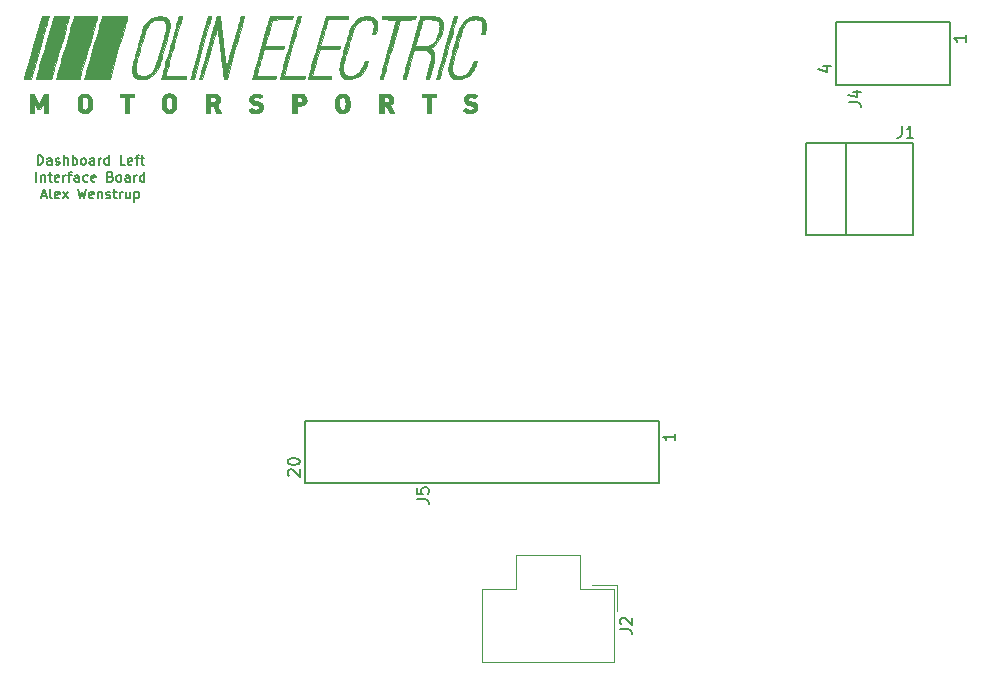
<source format=gto>
G04 #@! TF.GenerationSoftware,KiCad,Pcbnew,5.0.2-bee76a0~70~ubuntu18.04.1*
G04 #@! TF.CreationDate,2019-02-09T12:58:29-05:00*
G04 #@! TF.ProjectId,interface,696e7465-7266-4616-9365-2e6b69636164,rev?*
G04 #@! TF.SameCoordinates,Original*
G04 #@! TF.FileFunction,Legend,Top*
G04 #@! TF.FilePolarity,Positive*
%FSLAX46Y46*%
G04 Gerber Fmt 4.6, Leading zero omitted, Abs format (unit mm)*
G04 Created by KiCad (PCBNEW 5.0.2-bee76a0~70~ubuntu18.04.1) date Sat 09 Feb 2019 12:58:29 PM EST*
%MOMM*%
%LPD*%
G01*
G04 APERTURE LIST*
%ADD10C,0.203200*%
%ADD11C,0.150000*%
%ADD12C,0.120000*%
%ADD13C,0.010000*%
G04 APERTURE END LIST*
D10*
X15995952Y-82003295D02*
X15995952Y-81190495D01*
X16189476Y-81190495D01*
X16305590Y-81229200D01*
X16383000Y-81306609D01*
X16421704Y-81384019D01*
X16460409Y-81538838D01*
X16460409Y-81654952D01*
X16421704Y-81809771D01*
X16383000Y-81887180D01*
X16305590Y-81964590D01*
X16189476Y-82003295D01*
X15995952Y-82003295D01*
X17157095Y-82003295D02*
X17157095Y-81577542D01*
X17118390Y-81500133D01*
X17040980Y-81461428D01*
X16886161Y-81461428D01*
X16808752Y-81500133D01*
X17157095Y-81964590D02*
X17079685Y-82003295D01*
X16886161Y-82003295D01*
X16808752Y-81964590D01*
X16770047Y-81887180D01*
X16770047Y-81809771D01*
X16808752Y-81732361D01*
X16886161Y-81693657D01*
X17079685Y-81693657D01*
X17157095Y-81654952D01*
X17505438Y-81964590D02*
X17582847Y-82003295D01*
X17737666Y-82003295D01*
X17815076Y-81964590D01*
X17853780Y-81887180D01*
X17853780Y-81848476D01*
X17815076Y-81771066D01*
X17737666Y-81732361D01*
X17621552Y-81732361D01*
X17544142Y-81693657D01*
X17505438Y-81616247D01*
X17505438Y-81577542D01*
X17544142Y-81500133D01*
X17621552Y-81461428D01*
X17737666Y-81461428D01*
X17815076Y-81500133D01*
X18202123Y-82003295D02*
X18202123Y-81190495D01*
X18550466Y-82003295D02*
X18550466Y-81577542D01*
X18511761Y-81500133D01*
X18434352Y-81461428D01*
X18318238Y-81461428D01*
X18240828Y-81500133D01*
X18202123Y-81538838D01*
X18937514Y-82003295D02*
X18937514Y-81190495D01*
X18937514Y-81500133D02*
X19014923Y-81461428D01*
X19169742Y-81461428D01*
X19247152Y-81500133D01*
X19285857Y-81538838D01*
X19324561Y-81616247D01*
X19324561Y-81848476D01*
X19285857Y-81925885D01*
X19247152Y-81964590D01*
X19169742Y-82003295D01*
X19014923Y-82003295D01*
X18937514Y-81964590D01*
X19789019Y-82003295D02*
X19711609Y-81964590D01*
X19672904Y-81925885D01*
X19634200Y-81848476D01*
X19634200Y-81616247D01*
X19672904Y-81538838D01*
X19711609Y-81500133D01*
X19789019Y-81461428D01*
X19905133Y-81461428D01*
X19982542Y-81500133D01*
X20021247Y-81538838D01*
X20059952Y-81616247D01*
X20059952Y-81848476D01*
X20021247Y-81925885D01*
X19982542Y-81964590D01*
X19905133Y-82003295D01*
X19789019Y-82003295D01*
X20756638Y-82003295D02*
X20756638Y-81577542D01*
X20717933Y-81500133D01*
X20640523Y-81461428D01*
X20485704Y-81461428D01*
X20408295Y-81500133D01*
X20756638Y-81964590D02*
X20679228Y-82003295D01*
X20485704Y-82003295D01*
X20408295Y-81964590D01*
X20369590Y-81887180D01*
X20369590Y-81809771D01*
X20408295Y-81732361D01*
X20485704Y-81693657D01*
X20679228Y-81693657D01*
X20756638Y-81654952D01*
X21143685Y-82003295D02*
X21143685Y-81461428D01*
X21143685Y-81616247D02*
X21182390Y-81538838D01*
X21221095Y-81500133D01*
X21298504Y-81461428D01*
X21375914Y-81461428D01*
X21995190Y-82003295D02*
X21995190Y-81190495D01*
X21995190Y-81964590D02*
X21917780Y-82003295D01*
X21762961Y-82003295D01*
X21685552Y-81964590D01*
X21646847Y-81925885D01*
X21608142Y-81848476D01*
X21608142Y-81616247D01*
X21646847Y-81538838D01*
X21685552Y-81500133D01*
X21762961Y-81461428D01*
X21917780Y-81461428D01*
X21995190Y-81500133D01*
X23388561Y-82003295D02*
X23001514Y-82003295D01*
X23001514Y-81190495D01*
X23969133Y-81964590D02*
X23891723Y-82003295D01*
X23736904Y-82003295D01*
X23659495Y-81964590D01*
X23620790Y-81887180D01*
X23620790Y-81577542D01*
X23659495Y-81500133D01*
X23736904Y-81461428D01*
X23891723Y-81461428D01*
X23969133Y-81500133D01*
X24007838Y-81577542D01*
X24007838Y-81654952D01*
X23620790Y-81732361D01*
X24240066Y-81461428D02*
X24549704Y-81461428D01*
X24356180Y-82003295D02*
X24356180Y-81306609D01*
X24394885Y-81229200D01*
X24472295Y-81190495D01*
X24549704Y-81190495D01*
X24704523Y-81461428D02*
X25014161Y-81461428D01*
X24820638Y-81190495D02*
X24820638Y-81887180D01*
X24859342Y-81964590D01*
X24936752Y-82003295D01*
X25014161Y-82003295D01*
X15879838Y-83425695D02*
X15879838Y-82612895D01*
X16266885Y-82883828D02*
X16266885Y-83425695D01*
X16266885Y-82961238D02*
X16305590Y-82922533D01*
X16383000Y-82883828D01*
X16499114Y-82883828D01*
X16576523Y-82922533D01*
X16615228Y-82999942D01*
X16615228Y-83425695D01*
X16886161Y-82883828D02*
X17195800Y-82883828D01*
X17002276Y-82612895D02*
X17002276Y-83309580D01*
X17040980Y-83386990D01*
X17118390Y-83425695D01*
X17195800Y-83425695D01*
X17776371Y-83386990D02*
X17698961Y-83425695D01*
X17544142Y-83425695D01*
X17466733Y-83386990D01*
X17428028Y-83309580D01*
X17428028Y-82999942D01*
X17466733Y-82922533D01*
X17544142Y-82883828D01*
X17698961Y-82883828D01*
X17776371Y-82922533D01*
X17815076Y-82999942D01*
X17815076Y-83077352D01*
X17428028Y-83154761D01*
X18163419Y-83425695D02*
X18163419Y-82883828D01*
X18163419Y-83038647D02*
X18202123Y-82961238D01*
X18240828Y-82922533D01*
X18318238Y-82883828D01*
X18395647Y-82883828D01*
X18550466Y-82883828D02*
X18860104Y-82883828D01*
X18666580Y-83425695D02*
X18666580Y-82729009D01*
X18705285Y-82651600D01*
X18782695Y-82612895D01*
X18860104Y-82612895D01*
X19479380Y-83425695D02*
X19479380Y-82999942D01*
X19440676Y-82922533D01*
X19363266Y-82883828D01*
X19208447Y-82883828D01*
X19131038Y-82922533D01*
X19479380Y-83386990D02*
X19401971Y-83425695D01*
X19208447Y-83425695D01*
X19131038Y-83386990D01*
X19092333Y-83309580D01*
X19092333Y-83232171D01*
X19131038Y-83154761D01*
X19208447Y-83116057D01*
X19401971Y-83116057D01*
X19479380Y-83077352D01*
X20214771Y-83386990D02*
X20137361Y-83425695D01*
X19982542Y-83425695D01*
X19905133Y-83386990D01*
X19866428Y-83348285D01*
X19827723Y-83270876D01*
X19827723Y-83038647D01*
X19866428Y-82961238D01*
X19905133Y-82922533D01*
X19982542Y-82883828D01*
X20137361Y-82883828D01*
X20214771Y-82922533D01*
X20872752Y-83386990D02*
X20795342Y-83425695D01*
X20640523Y-83425695D01*
X20563114Y-83386990D01*
X20524409Y-83309580D01*
X20524409Y-82999942D01*
X20563114Y-82922533D01*
X20640523Y-82883828D01*
X20795342Y-82883828D01*
X20872752Y-82922533D01*
X20911457Y-82999942D01*
X20911457Y-83077352D01*
X20524409Y-83154761D01*
X22150009Y-82999942D02*
X22266123Y-83038647D01*
X22304828Y-83077352D01*
X22343533Y-83154761D01*
X22343533Y-83270876D01*
X22304828Y-83348285D01*
X22266123Y-83386990D01*
X22188714Y-83425695D01*
X21879076Y-83425695D01*
X21879076Y-82612895D01*
X22150009Y-82612895D01*
X22227419Y-82651600D01*
X22266123Y-82690304D01*
X22304828Y-82767714D01*
X22304828Y-82845123D01*
X22266123Y-82922533D01*
X22227419Y-82961238D01*
X22150009Y-82999942D01*
X21879076Y-82999942D01*
X22807990Y-83425695D02*
X22730580Y-83386990D01*
X22691876Y-83348285D01*
X22653171Y-83270876D01*
X22653171Y-83038647D01*
X22691876Y-82961238D01*
X22730580Y-82922533D01*
X22807990Y-82883828D01*
X22924104Y-82883828D01*
X23001514Y-82922533D01*
X23040219Y-82961238D01*
X23078923Y-83038647D01*
X23078923Y-83270876D01*
X23040219Y-83348285D01*
X23001514Y-83386990D01*
X22924104Y-83425695D01*
X22807990Y-83425695D01*
X23775609Y-83425695D02*
X23775609Y-82999942D01*
X23736904Y-82922533D01*
X23659495Y-82883828D01*
X23504676Y-82883828D01*
X23427266Y-82922533D01*
X23775609Y-83386990D02*
X23698200Y-83425695D01*
X23504676Y-83425695D01*
X23427266Y-83386990D01*
X23388561Y-83309580D01*
X23388561Y-83232171D01*
X23427266Y-83154761D01*
X23504676Y-83116057D01*
X23698200Y-83116057D01*
X23775609Y-83077352D01*
X24162657Y-83425695D02*
X24162657Y-82883828D01*
X24162657Y-83038647D02*
X24201361Y-82961238D01*
X24240066Y-82922533D01*
X24317476Y-82883828D01*
X24394885Y-82883828D01*
X25014161Y-83425695D02*
X25014161Y-82612895D01*
X25014161Y-83386990D02*
X24936752Y-83425695D01*
X24781933Y-83425695D01*
X24704523Y-83386990D01*
X24665819Y-83348285D01*
X24627114Y-83270876D01*
X24627114Y-83038647D01*
X24665819Y-82961238D01*
X24704523Y-82922533D01*
X24781933Y-82883828D01*
X24936752Y-82883828D01*
X25014161Y-82922533D01*
X16324942Y-84615866D02*
X16711990Y-84615866D01*
X16247533Y-84848095D02*
X16518466Y-84035295D01*
X16789400Y-84848095D01*
X17176447Y-84848095D02*
X17099038Y-84809390D01*
X17060333Y-84731980D01*
X17060333Y-84035295D01*
X17795723Y-84809390D02*
X17718314Y-84848095D01*
X17563495Y-84848095D01*
X17486085Y-84809390D01*
X17447380Y-84731980D01*
X17447380Y-84422342D01*
X17486085Y-84344933D01*
X17563495Y-84306228D01*
X17718314Y-84306228D01*
X17795723Y-84344933D01*
X17834428Y-84422342D01*
X17834428Y-84499752D01*
X17447380Y-84577161D01*
X18105361Y-84848095D02*
X18531114Y-84306228D01*
X18105361Y-84306228D02*
X18531114Y-84848095D01*
X19382619Y-84035295D02*
X19576142Y-84848095D01*
X19730961Y-84267523D01*
X19885780Y-84848095D01*
X20079304Y-84035295D01*
X20698580Y-84809390D02*
X20621171Y-84848095D01*
X20466352Y-84848095D01*
X20388942Y-84809390D01*
X20350238Y-84731980D01*
X20350238Y-84422342D01*
X20388942Y-84344933D01*
X20466352Y-84306228D01*
X20621171Y-84306228D01*
X20698580Y-84344933D01*
X20737285Y-84422342D01*
X20737285Y-84499752D01*
X20350238Y-84577161D01*
X21085628Y-84306228D02*
X21085628Y-84848095D01*
X21085628Y-84383638D02*
X21124333Y-84344933D01*
X21201742Y-84306228D01*
X21317857Y-84306228D01*
X21395266Y-84344933D01*
X21433971Y-84422342D01*
X21433971Y-84848095D01*
X21782314Y-84809390D02*
X21859723Y-84848095D01*
X22014542Y-84848095D01*
X22091952Y-84809390D01*
X22130657Y-84731980D01*
X22130657Y-84693276D01*
X22091952Y-84615866D01*
X22014542Y-84577161D01*
X21898428Y-84577161D01*
X21821019Y-84538457D01*
X21782314Y-84461047D01*
X21782314Y-84422342D01*
X21821019Y-84344933D01*
X21898428Y-84306228D01*
X22014542Y-84306228D01*
X22091952Y-84344933D01*
X22362885Y-84306228D02*
X22672523Y-84306228D01*
X22479000Y-84035295D02*
X22479000Y-84731980D01*
X22517704Y-84809390D01*
X22595114Y-84848095D01*
X22672523Y-84848095D01*
X22943457Y-84848095D02*
X22943457Y-84306228D01*
X22943457Y-84461047D02*
X22982161Y-84383638D01*
X23020866Y-84344933D01*
X23098276Y-84306228D01*
X23175685Y-84306228D01*
X23794961Y-84306228D02*
X23794961Y-84848095D01*
X23446619Y-84306228D02*
X23446619Y-84731980D01*
X23485323Y-84809390D01*
X23562733Y-84848095D01*
X23678847Y-84848095D01*
X23756257Y-84809390D01*
X23794961Y-84770685D01*
X24182009Y-84306228D02*
X24182009Y-85119028D01*
X24182009Y-84344933D02*
X24259419Y-84306228D01*
X24414238Y-84306228D01*
X24491647Y-84344933D01*
X24530352Y-84383638D01*
X24569057Y-84461047D01*
X24569057Y-84693276D01*
X24530352Y-84770685D01*
X24491647Y-84809390D01*
X24414238Y-84848095D01*
X24259419Y-84848095D01*
X24182009Y-84809390D01*
D11*
G04 #@! TO.C,J1*
X90106500Y-87946000D02*
X90106500Y-80146000D01*
X84384500Y-87946000D02*
X84384500Y-80146000D01*
X84384500Y-80146000D02*
X90106500Y-80146000D01*
X84384500Y-87946000D02*
X90106500Y-87946000D01*
X81074500Y-87946000D02*
X84384500Y-87946000D01*
X81074500Y-80146000D02*
X81074500Y-87946000D01*
X84384500Y-80146000D02*
X81074500Y-80146000D01*
D12*
G04 #@! TO.C,J2*
X65042000Y-117611000D02*
X62912000Y-117611000D01*
X65042000Y-119761000D02*
X65042000Y-117611000D01*
X56452000Y-115051000D02*
X59162000Y-115051000D01*
X56452000Y-117911000D02*
X56452000Y-115051000D01*
X53582000Y-117911000D02*
X56452000Y-117911000D01*
X53582000Y-124111000D02*
X53582000Y-117911000D01*
X59162000Y-124111000D02*
X53582000Y-124111000D01*
X61872000Y-115051000D02*
X59162000Y-115051000D01*
X61872000Y-117911000D02*
X61872000Y-115051000D01*
X64742000Y-117911000D02*
X61872000Y-117911000D01*
X64742000Y-124111000D02*
X64742000Y-117911000D01*
X59162000Y-124111000D02*
X64742000Y-124111000D01*
D11*
G04 #@! TO.C,J4*
X83547000Y-75230500D02*
X93237000Y-75230500D01*
X83547000Y-69930500D02*
X93237000Y-69930500D01*
X93237000Y-69930500D02*
X93237000Y-75230500D01*
X83547000Y-69930500D02*
X83547000Y-75230500D01*
D13*
G04 #@! TO.C,G\002A\002A\002A*
G36*
X53199575Y-69425868D02*
X53418819Y-69459299D01*
X53598628Y-69524430D01*
X53739553Y-69621626D01*
X53842144Y-69751251D01*
X53900839Y-69891355D01*
X53922925Y-70012405D01*
X53931982Y-70167671D01*
X53928575Y-70342421D01*
X53913270Y-70521924D01*
X53886633Y-70691448D01*
X53866826Y-70777100D01*
X53819572Y-70954900D01*
X53672902Y-70962581D01*
X53590851Y-70965258D01*
X53548839Y-70960220D01*
X53536319Y-70944449D01*
X53539727Y-70924481D01*
X53588907Y-70744585D01*
X53620507Y-70592954D01*
X53637569Y-70451426D01*
X53643102Y-70307200D01*
X53642323Y-70187853D01*
X53636219Y-70104066D01*
X53622136Y-70040668D01*
X53597422Y-69982489D01*
X53580980Y-69951919D01*
X53501341Y-69845178D01*
X53396484Y-69770348D01*
X53259446Y-69723928D01*
X53084719Y-69702494D01*
X52846734Y-69712411D01*
X52630380Y-69768285D01*
X52435651Y-69870119D01*
X52262541Y-70017918D01*
X52111045Y-70211687D01*
X51981154Y-70451429D01*
X51945710Y-70534013D01*
X51925135Y-70592544D01*
X51892854Y-70694530D01*
X51850433Y-70834393D01*
X51799440Y-71006553D01*
X51741442Y-71205433D01*
X51678006Y-71425452D01*
X51610700Y-71661031D01*
X51541092Y-71906592D01*
X51470748Y-72156555D01*
X51401236Y-72405342D01*
X51334123Y-72647372D01*
X51270977Y-72877068D01*
X51213366Y-73088849D01*
X51162855Y-73277138D01*
X51121014Y-73436354D01*
X51089409Y-73560919D01*
X51069607Y-73645254D01*
X51064763Y-73669761D01*
X51044252Y-73884416D01*
X51061912Y-74065897D01*
X51117940Y-74214776D01*
X51212538Y-74331628D01*
X51320700Y-74404811D01*
X51388691Y-74437765D01*
X51446719Y-74458159D01*
X51509840Y-74468394D01*
X51593112Y-74470872D01*
X51711591Y-74467995D01*
X51715870Y-74467850D01*
X51840970Y-74461890D01*
X51932513Y-74451554D01*
X52007735Y-74433127D01*
X52083874Y-74402893D01*
X52139000Y-74376639D01*
X52320324Y-74259716D01*
X52484335Y-74097279D01*
X52628923Y-73892288D01*
X52751976Y-73647701D01*
X52845341Y-73386950D01*
X52900447Y-73202800D01*
X53037673Y-73202800D01*
X53113408Y-73206664D01*
X53163247Y-73216616D01*
X53174900Y-73225909D01*
X53165356Y-73277067D01*
X53139551Y-73363327D01*
X53101729Y-73473309D01*
X53056130Y-73595636D01*
X53006997Y-73718929D01*
X52958571Y-73831810D01*
X52915094Y-73922900D01*
X52914976Y-73923127D01*
X52821411Y-74075712D01*
X52701518Y-74229743D01*
X52566110Y-74373996D01*
X52426002Y-74497250D01*
X52292007Y-74588282D01*
X52256053Y-74606948D01*
X52038410Y-74688256D01*
X51803417Y-74736581D01*
X51566214Y-74750322D01*
X51341940Y-74727875D01*
X51269900Y-74711335D01*
X51096156Y-74643338D01*
X50959940Y-74541624D01*
X50858819Y-74403841D01*
X50798257Y-74255333D01*
X50773844Y-74129727D01*
X50763470Y-73973211D01*
X50767391Y-73803767D01*
X50785864Y-73639382D01*
X50789186Y-73620214D01*
X50803284Y-73556892D01*
X50830074Y-73450444D01*
X50867961Y-73306494D01*
X50915353Y-73130667D01*
X50970655Y-72928587D01*
X51032273Y-72705877D01*
X51098615Y-72468163D01*
X51168085Y-72221068D01*
X51239091Y-71970217D01*
X51310039Y-71721234D01*
X51379334Y-71479742D01*
X51445383Y-71251367D01*
X51506593Y-71041732D01*
X51561369Y-70856462D01*
X51608118Y-70701181D01*
X51645246Y-70581512D01*
X51671160Y-70503081D01*
X51677060Y-70486995D01*
X51805420Y-70212559D01*
X51963016Y-69975899D01*
X52147292Y-69778797D01*
X52355687Y-69623036D01*
X52585645Y-69510400D01*
X52834606Y-69442671D01*
X53100013Y-69421633D01*
X53199575Y-69425868D01*
X53199575Y-69425868D01*
G37*
X53199575Y-69425868D02*
X53418819Y-69459299D01*
X53598628Y-69524430D01*
X53739553Y-69621626D01*
X53842144Y-69751251D01*
X53900839Y-69891355D01*
X53922925Y-70012405D01*
X53931982Y-70167671D01*
X53928575Y-70342421D01*
X53913270Y-70521924D01*
X53886633Y-70691448D01*
X53866826Y-70777100D01*
X53819572Y-70954900D01*
X53672902Y-70962581D01*
X53590851Y-70965258D01*
X53548839Y-70960220D01*
X53536319Y-70944449D01*
X53539727Y-70924481D01*
X53588907Y-70744585D01*
X53620507Y-70592954D01*
X53637569Y-70451426D01*
X53643102Y-70307200D01*
X53642323Y-70187853D01*
X53636219Y-70104066D01*
X53622136Y-70040668D01*
X53597422Y-69982489D01*
X53580980Y-69951919D01*
X53501341Y-69845178D01*
X53396484Y-69770348D01*
X53259446Y-69723928D01*
X53084719Y-69702494D01*
X52846734Y-69712411D01*
X52630380Y-69768285D01*
X52435651Y-69870119D01*
X52262541Y-70017918D01*
X52111045Y-70211687D01*
X51981154Y-70451429D01*
X51945710Y-70534013D01*
X51925135Y-70592544D01*
X51892854Y-70694530D01*
X51850433Y-70834393D01*
X51799440Y-71006553D01*
X51741442Y-71205433D01*
X51678006Y-71425452D01*
X51610700Y-71661031D01*
X51541092Y-71906592D01*
X51470748Y-72156555D01*
X51401236Y-72405342D01*
X51334123Y-72647372D01*
X51270977Y-72877068D01*
X51213366Y-73088849D01*
X51162855Y-73277138D01*
X51121014Y-73436354D01*
X51089409Y-73560919D01*
X51069607Y-73645254D01*
X51064763Y-73669761D01*
X51044252Y-73884416D01*
X51061912Y-74065897D01*
X51117940Y-74214776D01*
X51212538Y-74331628D01*
X51320700Y-74404811D01*
X51388691Y-74437765D01*
X51446719Y-74458159D01*
X51509840Y-74468394D01*
X51593112Y-74470872D01*
X51711591Y-74467995D01*
X51715870Y-74467850D01*
X51840970Y-74461890D01*
X51932513Y-74451554D01*
X52007735Y-74433127D01*
X52083874Y-74402893D01*
X52139000Y-74376639D01*
X52320324Y-74259716D01*
X52484335Y-74097279D01*
X52628923Y-73892288D01*
X52751976Y-73647701D01*
X52845341Y-73386950D01*
X52900447Y-73202800D01*
X53037673Y-73202800D01*
X53113408Y-73206664D01*
X53163247Y-73216616D01*
X53174900Y-73225909D01*
X53165356Y-73277067D01*
X53139551Y-73363327D01*
X53101729Y-73473309D01*
X53056130Y-73595636D01*
X53006997Y-73718929D01*
X52958571Y-73831810D01*
X52915094Y-73922900D01*
X52914976Y-73923127D01*
X52821411Y-74075712D01*
X52701518Y-74229743D01*
X52566110Y-74373996D01*
X52426002Y-74497250D01*
X52292007Y-74588282D01*
X52256053Y-74606948D01*
X52038410Y-74688256D01*
X51803417Y-74736581D01*
X51566214Y-74750322D01*
X51341940Y-74727875D01*
X51269900Y-74711335D01*
X51096156Y-74643338D01*
X50959940Y-74541624D01*
X50858819Y-74403841D01*
X50798257Y-74255333D01*
X50773844Y-74129727D01*
X50763470Y-73973211D01*
X50767391Y-73803767D01*
X50785864Y-73639382D01*
X50789186Y-73620214D01*
X50803284Y-73556892D01*
X50830074Y-73450444D01*
X50867961Y-73306494D01*
X50915353Y-73130667D01*
X50970655Y-72928587D01*
X51032273Y-72705877D01*
X51098615Y-72468163D01*
X51168085Y-72221068D01*
X51239091Y-71970217D01*
X51310039Y-71721234D01*
X51379334Y-71479742D01*
X51445383Y-71251367D01*
X51506593Y-71041732D01*
X51561369Y-70856462D01*
X51608118Y-70701181D01*
X51645246Y-70581512D01*
X51671160Y-70503081D01*
X51677060Y-70486995D01*
X51805420Y-70212559D01*
X51963016Y-69975899D01*
X52147292Y-69778797D01*
X52355687Y-69623036D01*
X52585645Y-69510400D01*
X52834606Y-69442671D01*
X53100013Y-69421633D01*
X53199575Y-69425868D01*
G36*
X51463644Y-69432223D02*
X51473100Y-69451443D01*
X51466347Y-69480320D01*
X51446691Y-69554837D01*
X51415033Y-69671747D01*
X51372275Y-69827801D01*
X51319318Y-70019752D01*
X51257064Y-70244351D01*
X51186416Y-70498352D01*
X51108274Y-70778505D01*
X51023541Y-71081563D01*
X50933119Y-71404279D01*
X50837908Y-71743404D01*
X50748122Y-72062620D01*
X50649115Y-72414374D01*
X50553829Y-72753014D01*
X50463188Y-73075255D01*
X50378115Y-73377815D01*
X50299531Y-73657408D01*
X50228359Y-73910750D01*
X50165521Y-74134557D01*
X50111941Y-74325544D01*
X50068539Y-74480427D01*
X50036240Y-74595922D01*
X50015964Y-74668745D01*
X50008769Y-74695050D01*
X49994532Y-74728216D01*
X49964285Y-74745381D01*
X49904380Y-74751605D01*
X49854692Y-74752200D01*
X49775261Y-74750760D01*
X49735630Y-74743079D01*
X49724810Y-74724117D01*
X49730145Y-74695050D01*
X49738969Y-74663261D01*
X49760648Y-74585841D01*
X49794265Y-74466055D01*
X49838900Y-74307168D01*
X49893635Y-74112446D01*
X49957552Y-73885153D01*
X50029733Y-73628556D01*
X50109258Y-73345919D01*
X50195211Y-73040508D01*
X50286671Y-72715589D01*
X50382721Y-72374426D01*
X50478468Y-72034400D01*
X51211638Y-69430900D01*
X51342369Y-69423222D01*
X51423279Y-69422071D01*
X51463644Y-69432223D01*
X51463644Y-69432223D01*
G37*
X51463644Y-69432223D02*
X51473100Y-69451443D01*
X51466347Y-69480320D01*
X51446691Y-69554837D01*
X51415033Y-69671747D01*
X51372275Y-69827801D01*
X51319318Y-70019752D01*
X51257064Y-70244351D01*
X51186416Y-70498352D01*
X51108274Y-70778505D01*
X51023541Y-71081563D01*
X50933119Y-71404279D01*
X50837908Y-71743404D01*
X50748122Y-72062620D01*
X50649115Y-72414374D01*
X50553829Y-72753014D01*
X50463188Y-73075255D01*
X50378115Y-73377815D01*
X50299531Y-73657408D01*
X50228359Y-73910750D01*
X50165521Y-74134557D01*
X50111941Y-74325544D01*
X50068539Y-74480427D01*
X50036240Y-74595922D01*
X50015964Y-74668745D01*
X50008769Y-74695050D01*
X49994532Y-74728216D01*
X49964285Y-74745381D01*
X49904380Y-74751605D01*
X49854692Y-74752200D01*
X49775261Y-74750760D01*
X49735630Y-74743079D01*
X49724810Y-74724117D01*
X49730145Y-74695050D01*
X49738969Y-74663261D01*
X49760648Y-74585841D01*
X49794265Y-74466055D01*
X49838900Y-74307168D01*
X49893635Y-74112446D01*
X49957552Y-73885153D01*
X50029733Y-73628556D01*
X50109258Y-73345919D01*
X50195211Y-73040508D01*
X50286671Y-72715589D01*
X50382721Y-72374426D01*
X50478468Y-72034400D01*
X51211638Y-69430900D01*
X51342369Y-69423222D01*
X51423279Y-69422071D01*
X51463644Y-69432223D01*
G36*
X48872246Y-69422094D02*
X49051904Y-69424131D01*
X49053750Y-69424157D01*
X49266480Y-69427639D01*
X49434961Y-69431653D01*
X49565740Y-69436642D01*
X49665366Y-69443050D01*
X49740391Y-69451322D01*
X49797361Y-69461901D01*
X49842828Y-69475230D01*
X49850888Y-69478179D01*
X50007921Y-69562344D01*
X50137595Y-69682331D01*
X50229641Y-69828620D01*
X50230187Y-69829845D01*
X50270785Y-69967070D01*
X50289565Y-70139369D01*
X50286643Y-70335993D01*
X50262140Y-70546197D01*
X50220049Y-70744606D01*
X50113190Y-71088695D01*
X49984153Y-71387103D01*
X49832917Y-71639861D01*
X49659464Y-71847002D01*
X49463773Y-72008558D01*
X49390300Y-72054180D01*
X49324600Y-72091865D01*
X49280272Y-72117401D01*
X49269601Y-72123635D01*
X49282110Y-72142431D01*
X49321077Y-72187277D01*
X49368405Y-72238220D01*
X49458773Y-72344092D01*
X49520191Y-72447075D01*
X49557339Y-72560773D01*
X49574898Y-72698793D01*
X49577902Y-72847200D01*
X49576646Y-72923712D01*
X49573414Y-72992347D01*
X49566736Y-73059973D01*
X49555142Y-73133456D01*
X49537164Y-73219663D01*
X49511332Y-73325460D01*
X49476179Y-73457714D01*
X49430233Y-73623293D01*
X49372027Y-73829062D01*
X49355100Y-73888600D01*
X49300594Y-74080109D01*
X49250136Y-74257198D01*
X49205513Y-74413603D01*
X49168513Y-74543064D01*
X49140927Y-74639319D01*
X49124542Y-74696106D01*
X49121106Y-74707750D01*
X49101704Y-74734652D01*
X49056686Y-74748278D01*
X48973889Y-74752194D01*
X48969488Y-74752200D01*
X48893497Y-74750237D01*
X48843379Y-74745182D01*
X48831500Y-74740410D01*
X48838130Y-74713967D01*
X48856919Y-74644599D01*
X48886214Y-74538266D01*
X48924363Y-74400929D01*
X48969711Y-74238548D01*
X49020606Y-74057086D01*
X49047562Y-73961260D01*
X49102402Y-73764440D01*
X49153705Y-73576430D01*
X49199521Y-73404680D01*
X49237897Y-73256643D01*
X49266883Y-73139769D01*
X49284528Y-73061509D01*
X49287796Y-73043799D01*
X49298942Y-72848765D01*
X49266283Y-72677853D01*
X49190495Y-72532544D01*
X49072254Y-72414317D01*
X48972027Y-72352218D01*
X48918850Y-72325659D01*
X48872233Y-72305954D01*
X48823359Y-72291920D01*
X48763413Y-72282377D01*
X48683580Y-72276143D01*
X48575045Y-72272038D01*
X48428991Y-72268881D01*
X48338011Y-72267268D01*
X47853600Y-72258837D01*
X47550394Y-73346768D01*
X47485488Y-73579415D01*
X47423181Y-73802286D01*
X47365137Y-74009465D01*
X47313018Y-74195036D01*
X47268487Y-74353083D01*
X47233208Y-74477689D01*
X47208844Y-74562940D01*
X47199944Y-74593450D01*
X47152699Y-74752200D01*
X47026899Y-74752200D01*
X46946850Y-74747860D01*
X46908212Y-74733109D01*
X46901100Y-74714994D01*
X46907851Y-74685973D01*
X46927510Y-74611285D01*
X46959182Y-74494154D01*
X47001973Y-74337801D01*
X47054988Y-74145451D01*
X47117333Y-73920326D01*
X47188115Y-73665648D01*
X47266438Y-73384641D01*
X47351409Y-73080527D01*
X47442134Y-72756529D01*
X47537718Y-72415870D01*
X47637267Y-72061773D01*
X47637700Y-72060236D01*
X47662680Y-71971432D01*
X47942500Y-71971432D01*
X47966527Y-71975419D01*
X48033118Y-71978858D01*
X48134039Y-71981517D01*
X48261055Y-71983165D01*
X48375635Y-71983600D01*
X48590444Y-71981061D01*
X48761860Y-71973130D01*
X48897056Y-71959333D01*
X48986374Y-71943205D01*
X49189129Y-71874791D01*
X49369904Y-71765987D01*
X49529855Y-71615344D01*
X49670137Y-71421411D01*
X49791906Y-71182739D01*
X49896317Y-70897876D01*
X49940094Y-70746232D01*
X49993672Y-70495396D01*
X50010789Y-70279826D01*
X49991426Y-70099393D01*
X49935565Y-69953972D01*
X49843188Y-69843434D01*
X49802548Y-69813175D01*
X49735499Y-69774776D01*
X49661243Y-69745682D01*
X49571838Y-69724712D01*
X49459337Y-69710682D01*
X49315798Y-69702410D01*
X49133275Y-69698715D01*
X49030061Y-69698220D01*
X48867898Y-69698410D01*
X48749449Y-69699941D01*
X48667633Y-69703485D01*
X48615370Y-69709712D01*
X48585579Y-69719292D01*
X48571178Y-69732897D01*
X48567340Y-69742050D01*
X48554426Y-69786262D01*
X48530246Y-69870921D01*
X48496466Y-69990079D01*
X48454754Y-70137786D01*
X48406778Y-70308091D01*
X48354204Y-70495046D01*
X48298702Y-70692700D01*
X48241938Y-70895104D01*
X48185579Y-71096309D01*
X48131294Y-71290365D01*
X48080749Y-71471322D01*
X48035613Y-71633231D01*
X47997553Y-71770142D01*
X47968236Y-71876105D01*
X47949329Y-71945172D01*
X47942501Y-71971391D01*
X47942500Y-71971432D01*
X47662680Y-71971432D01*
X47737174Y-71706617D01*
X47832696Y-71366799D01*
X47923373Y-71043969D01*
X48008313Y-70741313D01*
X48086625Y-70462016D01*
X48157416Y-70209265D01*
X48219795Y-69986245D01*
X48272870Y-69796143D01*
X48315750Y-69642145D01*
X48347542Y-69527436D01*
X48367356Y-69455204D01*
X48374298Y-69428633D01*
X48374300Y-69428598D01*
X48398599Y-69425216D01*
X48467117Y-69422831D01*
X48573280Y-69421487D01*
X48710514Y-69421227D01*
X48872246Y-69422094D01*
X48872246Y-69422094D01*
G37*
X48872246Y-69422094D02*
X49051904Y-69424131D01*
X49053750Y-69424157D01*
X49266480Y-69427639D01*
X49434961Y-69431653D01*
X49565740Y-69436642D01*
X49665366Y-69443050D01*
X49740391Y-69451322D01*
X49797361Y-69461901D01*
X49842828Y-69475230D01*
X49850888Y-69478179D01*
X50007921Y-69562344D01*
X50137595Y-69682331D01*
X50229641Y-69828620D01*
X50230187Y-69829845D01*
X50270785Y-69967070D01*
X50289565Y-70139369D01*
X50286643Y-70335993D01*
X50262140Y-70546197D01*
X50220049Y-70744606D01*
X50113190Y-71088695D01*
X49984153Y-71387103D01*
X49832917Y-71639861D01*
X49659464Y-71847002D01*
X49463773Y-72008558D01*
X49390300Y-72054180D01*
X49324600Y-72091865D01*
X49280272Y-72117401D01*
X49269601Y-72123635D01*
X49282110Y-72142431D01*
X49321077Y-72187277D01*
X49368405Y-72238220D01*
X49458773Y-72344092D01*
X49520191Y-72447075D01*
X49557339Y-72560773D01*
X49574898Y-72698793D01*
X49577902Y-72847200D01*
X49576646Y-72923712D01*
X49573414Y-72992347D01*
X49566736Y-73059973D01*
X49555142Y-73133456D01*
X49537164Y-73219663D01*
X49511332Y-73325460D01*
X49476179Y-73457714D01*
X49430233Y-73623293D01*
X49372027Y-73829062D01*
X49355100Y-73888600D01*
X49300594Y-74080109D01*
X49250136Y-74257198D01*
X49205513Y-74413603D01*
X49168513Y-74543064D01*
X49140927Y-74639319D01*
X49124542Y-74696106D01*
X49121106Y-74707750D01*
X49101704Y-74734652D01*
X49056686Y-74748278D01*
X48973889Y-74752194D01*
X48969488Y-74752200D01*
X48893497Y-74750237D01*
X48843379Y-74745182D01*
X48831500Y-74740410D01*
X48838130Y-74713967D01*
X48856919Y-74644599D01*
X48886214Y-74538266D01*
X48924363Y-74400929D01*
X48969711Y-74238548D01*
X49020606Y-74057086D01*
X49047562Y-73961260D01*
X49102402Y-73764440D01*
X49153705Y-73576430D01*
X49199521Y-73404680D01*
X49237897Y-73256643D01*
X49266883Y-73139769D01*
X49284528Y-73061509D01*
X49287796Y-73043799D01*
X49298942Y-72848765D01*
X49266283Y-72677853D01*
X49190495Y-72532544D01*
X49072254Y-72414317D01*
X48972027Y-72352218D01*
X48918850Y-72325659D01*
X48872233Y-72305954D01*
X48823359Y-72291920D01*
X48763413Y-72282377D01*
X48683580Y-72276143D01*
X48575045Y-72272038D01*
X48428991Y-72268881D01*
X48338011Y-72267268D01*
X47853600Y-72258837D01*
X47550394Y-73346768D01*
X47485488Y-73579415D01*
X47423181Y-73802286D01*
X47365137Y-74009465D01*
X47313018Y-74195036D01*
X47268487Y-74353083D01*
X47233208Y-74477689D01*
X47208844Y-74562940D01*
X47199944Y-74593450D01*
X47152699Y-74752200D01*
X47026899Y-74752200D01*
X46946850Y-74747860D01*
X46908212Y-74733109D01*
X46901100Y-74714994D01*
X46907851Y-74685973D01*
X46927510Y-74611285D01*
X46959182Y-74494154D01*
X47001973Y-74337801D01*
X47054988Y-74145451D01*
X47117333Y-73920326D01*
X47188115Y-73665648D01*
X47266438Y-73384641D01*
X47351409Y-73080527D01*
X47442134Y-72756529D01*
X47537718Y-72415870D01*
X47637267Y-72061773D01*
X47637700Y-72060236D01*
X47662680Y-71971432D01*
X47942500Y-71971432D01*
X47966527Y-71975419D01*
X48033118Y-71978858D01*
X48134039Y-71981517D01*
X48261055Y-71983165D01*
X48375635Y-71983600D01*
X48590444Y-71981061D01*
X48761860Y-71973130D01*
X48897056Y-71959333D01*
X48986374Y-71943205D01*
X49189129Y-71874791D01*
X49369904Y-71765987D01*
X49529855Y-71615344D01*
X49670137Y-71421411D01*
X49791906Y-71182739D01*
X49896317Y-70897876D01*
X49940094Y-70746232D01*
X49993672Y-70495396D01*
X50010789Y-70279826D01*
X49991426Y-70099393D01*
X49935565Y-69953972D01*
X49843188Y-69843434D01*
X49802548Y-69813175D01*
X49735499Y-69774776D01*
X49661243Y-69745682D01*
X49571838Y-69724712D01*
X49459337Y-69710682D01*
X49315798Y-69702410D01*
X49133275Y-69698715D01*
X49030061Y-69698220D01*
X48867898Y-69698410D01*
X48749449Y-69699941D01*
X48667633Y-69703485D01*
X48615370Y-69709712D01*
X48585579Y-69719292D01*
X48571178Y-69732897D01*
X48567340Y-69742050D01*
X48554426Y-69786262D01*
X48530246Y-69870921D01*
X48496466Y-69990079D01*
X48454754Y-70137786D01*
X48406778Y-70308091D01*
X48354204Y-70495046D01*
X48298702Y-70692700D01*
X48241938Y-70895104D01*
X48185579Y-71096309D01*
X48131294Y-71290365D01*
X48080749Y-71471322D01*
X48035613Y-71633231D01*
X47997553Y-71770142D01*
X47968236Y-71876105D01*
X47949329Y-71945172D01*
X47942501Y-71971391D01*
X47942500Y-71971432D01*
X47662680Y-71971432D01*
X47737174Y-71706617D01*
X47832696Y-71366799D01*
X47923373Y-71043969D01*
X48008313Y-70741313D01*
X48086625Y-70462016D01*
X48157416Y-70209265D01*
X48219795Y-69986245D01*
X48272870Y-69796143D01*
X48315750Y-69642145D01*
X48347542Y-69527436D01*
X48367356Y-69455204D01*
X48374298Y-69428633D01*
X48374300Y-69428598D01*
X48398599Y-69425216D01*
X48467117Y-69422831D01*
X48573280Y-69421487D01*
X48710514Y-69421227D01*
X48872246Y-69422094D01*
G36*
X46846798Y-69418341D02*
X47093162Y-69418748D01*
X47319105Y-69419394D01*
X47520061Y-69420254D01*
X47691462Y-69421300D01*
X47828744Y-69422507D01*
X47927340Y-69423848D01*
X47982683Y-69425297D01*
X47993300Y-69426289D01*
X47986685Y-69453059D01*
X47969675Y-69513275D01*
X47954344Y-69565555D01*
X47915389Y-69696731D01*
X47277153Y-69703515D01*
X46638917Y-69710300D01*
X45948843Y-72161400D01*
X45852182Y-72504807D01*
X45759201Y-72835287D01*
X45670852Y-73149446D01*
X45588089Y-73443888D01*
X45511863Y-73715221D01*
X45443128Y-73960050D01*
X45382837Y-74174979D01*
X45331941Y-74356616D01*
X45291395Y-74501565D01*
X45262149Y-74606433D01*
X45245158Y-74667825D01*
X45241250Y-74682350D01*
X45227281Y-74722554D01*
X45202004Y-74743379D01*
X45151241Y-74751144D01*
X45084516Y-74752200D01*
X45008207Y-74751152D01*
X44957779Y-74748451D01*
X44945624Y-74745850D01*
X44952405Y-74721051D01*
X44972050Y-74650595D01*
X45003650Y-74537718D01*
X45046294Y-74385659D01*
X45099072Y-74197656D01*
X45161075Y-73976948D01*
X45231392Y-73726774D01*
X45309115Y-73450371D01*
X45393331Y-73150977D01*
X45483133Y-72831832D01*
X45577609Y-72496173D01*
X45653983Y-72224900D01*
X46362017Y-69710300D01*
X45727310Y-69703508D01*
X45528623Y-69701005D01*
X45375423Y-69698026D01*
X45262394Y-69694207D01*
X45184223Y-69689178D01*
X45135596Y-69682574D01*
X45111200Y-69674029D01*
X45105720Y-69663174D01*
X45106445Y-69660647D01*
X45121598Y-69614108D01*
X45142201Y-69542876D01*
X45148072Y-69521388D01*
X45175858Y-69418200D01*
X46584579Y-69418200D01*
X46846798Y-69418341D01*
X46846798Y-69418341D01*
G37*
X46846798Y-69418341D02*
X47093162Y-69418748D01*
X47319105Y-69419394D01*
X47520061Y-69420254D01*
X47691462Y-69421300D01*
X47828744Y-69422507D01*
X47927340Y-69423848D01*
X47982683Y-69425297D01*
X47993300Y-69426289D01*
X47986685Y-69453059D01*
X47969675Y-69513275D01*
X47954344Y-69565555D01*
X47915389Y-69696731D01*
X47277153Y-69703515D01*
X46638917Y-69710300D01*
X45948843Y-72161400D01*
X45852182Y-72504807D01*
X45759201Y-72835287D01*
X45670852Y-73149446D01*
X45588089Y-73443888D01*
X45511863Y-73715221D01*
X45443128Y-73960050D01*
X45382837Y-74174979D01*
X45331941Y-74356616D01*
X45291395Y-74501565D01*
X45262149Y-74606433D01*
X45245158Y-74667825D01*
X45241250Y-74682350D01*
X45227281Y-74722554D01*
X45202004Y-74743379D01*
X45151241Y-74751144D01*
X45084516Y-74752200D01*
X45008207Y-74751152D01*
X44957779Y-74748451D01*
X44945624Y-74745850D01*
X44952405Y-74721051D01*
X44972050Y-74650595D01*
X45003650Y-74537718D01*
X45046294Y-74385659D01*
X45099072Y-74197656D01*
X45161075Y-73976948D01*
X45231392Y-73726774D01*
X45309115Y-73450371D01*
X45393331Y-73150977D01*
X45483133Y-72831832D01*
X45577609Y-72496173D01*
X45653983Y-72224900D01*
X46362017Y-69710300D01*
X45727310Y-69703508D01*
X45528623Y-69701005D01*
X45375423Y-69698026D01*
X45262394Y-69694207D01*
X45184223Y-69689178D01*
X45135596Y-69682574D01*
X45111200Y-69674029D01*
X45105720Y-69663174D01*
X45106445Y-69660647D01*
X45121598Y-69614108D01*
X45142201Y-69542876D01*
X45148072Y-69521388D01*
X45175858Y-69418200D01*
X46584579Y-69418200D01*
X46846798Y-69418341D01*
G36*
X43997524Y-69432181D02*
X44091424Y-69435466D01*
X44161537Y-69444137D01*
X44221368Y-69460519D01*
X44284420Y-69486935D01*
X44339015Y-69513284D01*
X44488756Y-69611567D01*
X44601060Y-69740979D01*
X44676082Y-69902238D01*
X44713979Y-70096060D01*
X44714905Y-70323164D01*
X44679018Y-70584267D01*
X44622967Y-70821550D01*
X44583005Y-70967600D01*
X44446652Y-70967600D01*
X44371179Y-70965106D01*
X44321663Y-70958687D01*
X44310300Y-70952781D01*
X44316086Y-70922783D01*
X44331434Y-70856497D01*
X44353322Y-70766853D01*
X44359230Y-70743231D01*
X44408547Y-70511946D01*
X44429672Y-70318030D01*
X44422107Y-70156269D01*
X44385357Y-70021446D01*
X44318924Y-69908345D01*
X44275032Y-69858921D01*
X44184304Y-69783086D01*
X44084540Y-69733519D01*
X43964531Y-69707100D01*
X43813066Y-69700710D01*
X43719065Y-69704217D01*
X43590740Y-69714945D01*
X43491832Y-69733690D01*
X43401043Y-69765511D01*
X43338065Y-69794730D01*
X43156248Y-69911874D01*
X42991467Y-70073658D01*
X42847226Y-70275754D01*
X42727028Y-70513837D01*
X42699259Y-70583446D01*
X42680245Y-70640136D01*
X42649356Y-70740109D01*
X42608203Y-70877670D01*
X42558397Y-71047124D01*
X42501550Y-71242777D01*
X42439274Y-71458935D01*
X42373180Y-71689903D01*
X42304878Y-71929986D01*
X42235982Y-72173490D01*
X42168102Y-72414721D01*
X42102850Y-72647984D01*
X42041837Y-72867585D01*
X41986674Y-73067829D01*
X41938974Y-73243021D01*
X41900348Y-73387467D01*
X41872406Y-73495473D01*
X41857385Y-73558400D01*
X41837708Y-73675659D01*
X41824722Y-73801826D01*
X41821682Y-73875900D01*
X41837262Y-74063349D01*
X41885915Y-74213540D01*
X41969291Y-74328024D01*
X42089041Y-74408353D01*
X42246815Y-74456078D01*
X42444265Y-74472752D01*
X42456648Y-74472800D01*
X42686509Y-74450751D01*
X42894341Y-74384299D01*
X43080649Y-74272982D01*
X43245940Y-74116341D01*
X43390721Y-73913915D01*
X43515496Y-73665243D01*
X43601671Y-73431400D01*
X43670992Y-73215500D01*
X43812846Y-73207882D01*
X43889959Y-73205630D01*
X43941478Y-73207743D01*
X43954700Y-73211941D01*
X43947324Y-73239553D01*
X43927469Y-73304429D01*
X43898547Y-73395583D01*
X43877433Y-73460859D01*
X43754643Y-73779775D01*
X43608741Y-74053459D01*
X43439731Y-74281909D01*
X43247614Y-74465121D01*
X43032393Y-74603095D01*
X42794071Y-74695827D01*
X42532650Y-74743316D01*
X42367200Y-74750110D01*
X42251853Y-74745368D01*
X42139450Y-74734152D01*
X42053070Y-74718813D01*
X42048444Y-74717605D01*
X41871529Y-74647037D01*
X41730430Y-74540479D01*
X41625287Y-74398059D01*
X41578733Y-74293255D01*
X41554640Y-74187832D01*
X41541741Y-74047975D01*
X41540086Y-73888809D01*
X41549722Y-73725462D01*
X41570699Y-73573061D01*
X41576330Y-73544892D01*
X41590218Y-73487684D01*
X41616454Y-73387411D01*
X41653421Y-73249850D01*
X41699497Y-73080779D01*
X41753063Y-72885974D01*
X41812501Y-72671213D01*
X41876190Y-72442274D01*
X41942511Y-72204932D01*
X42009844Y-71964966D01*
X42076570Y-71728152D01*
X42141070Y-71500268D01*
X42201724Y-71287091D01*
X42256913Y-71094397D01*
X42305016Y-70927964D01*
X42344415Y-70793569D01*
X42373490Y-70696990D01*
X42384261Y-70662800D01*
X42501523Y-70364460D01*
X42646828Y-70102978D01*
X42818313Y-69880536D01*
X43014118Y-69699315D01*
X43232379Y-69561496D01*
X43377713Y-69498963D01*
X43467132Y-69469321D01*
X43548548Y-69449909D01*
X43637399Y-69438611D01*
X43749123Y-69433309D01*
X43866334Y-69431959D01*
X43997524Y-69432181D01*
X43997524Y-69432181D01*
G37*
X43997524Y-69432181D02*
X44091424Y-69435466D01*
X44161537Y-69444137D01*
X44221368Y-69460519D01*
X44284420Y-69486935D01*
X44339015Y-69513284D01*
X44488756Y-69611567D01*
X44601060Y-69740979D01*
X44676082Y-69902238D01*
X44713979Y-70096060D01*
X44714905Y-70323164D01*
X44679018Y-70584267D01*
X44622967Y-70821550D01*
X44583005Y-70967600D01*
X44446652Y-70967600D01*
X44371179Y-70965106D01*
X44321663Y-70958687D01*
X44310300Y-70952781D01*
X44316086Y-70922783D01*
X44331434Y-70856497D01*
X44353322Y-70766853D01*
X44359230Y-70743231D01*
X44408547Y-70511946D01*
X44429672Y-70318030D01*
X44422107Y-70156269D01*
X44385357Y-70021446D01*
X44318924Y-69908345D01*
X44275032Y-69858921D01*
X44184304Y-69783086D01*
X44084540Y-69733519D01*
X43964531Y-69707100D01*
X43813066Y-69700710D01*
X43719065Y-69704217D01*
X43590740Y-69714945D01*
X43491832Y-69733690D01*
X43401043Y-69765511D01*
X43338065Y-69794730D01*
X43156248Y-69911874D01*
X42991467Y-70073658D01*
X42847226Y-70275754D01*
X42727028Y-70513837D01*
X42699259Y-70583446D01*
X42680245Y-70640136D01*
X42649356Y-70740109D01*
X42608203Y-70877670D01*
X42558397Y-71047124D01*
X42501550Y-71242777D01*
X42439274Y-71458935D01*
X42373180Y-71689903D01*
X42304878Y-71929986D01*
X42235982Y-72173490D01*
X42168102Y-72414721D01*
X42102850Y-72647984D01*
X42041837Y-72867585D01*
X41986674Y-73067829D01*
X41938974Y-73243021D01*
X41900348Y-73387467D01*
X41872406Y-73495473D01*
X41857385Y-73558400D01*
X41837708Y-73675659D01*
X41824722Y-73801826D01*
X41821682Y-73875900D01*
X41837262Y-74063349D01*
X41885915Y-74213540D01*
X41969291Y-74328024D01*
X42089041Y-74408353D01*
X42246815Y-74456078D01*
X42444265Y-74472752D01*
X42456648Y-74472800D01*
X42686509Y-74450751D01*
X42894341Y-74384299D01*
X43080649Y-74272982D01*
X43245940Y-74116341D01*
X43390721Y-73913915D01*
X43515496Y-73665243D01*
X43601671Y-73431400D01*
X43670992Y-73215500D01*
X43812846Y-73207882D01*
X43889959Y-73205630D01*
X43941478Y-73207743D01*
X43954700Y-73211941D01*
X43947324Y-73239553D01*
X43927469Y-73304429D01*
X43898547Y-73395583D01*
X43877433Y-73460859D01*
X43754643Y-73779775D01*
X43608741Y-74053459D01*
X43439731Y-74281909D01*
X43247614Y-74465121D01*
X43032393Y-74603095D01*
X42794071Y-74695827D01*
X42532650Y-74743316D01*
X42367200Y-74750110D01*
X42251853Y-74745368D01*
X42139450Y-74734152D01*
X42053070Y-74718813D01*
X42048444Y-74717605D01*
X41871529Y-74647037D01*
X41730430Y-74540479D01*
X41625287Y-74398059D01*
X41578733Y-74293255D01*
X41554640Y-74187832D01*
X41541741Y-74047975D01*
X41540086Y-73888809D01*
X41549722Y-73725462D01*
X41570699Y-73573061D01*
X41576330Y-73544892D01*
X41590218Y-73487684D01*
X41616454Y-73387411D01*
X41653421Y-73249850D01*
X41699497Y-73080779D01*
X41753063Y-72885974D01*
X41812501Y-72671213D01*
X41876190Y-72442274D01*
X41942511Y-72204932D01*
X42009844Y-71964966D01*
X42076570Y-71728152D01*
X42141070Y-71500268D01*
X42201724Y-71287091D01*
X42256913Y-71094397D01*
X42305016Y-70927964D01*
X42344415Y-70793569D01*
X42373490Y-70696990D01*
X42384261Y-70662800D01*
X42501523Y-70364460D01*
X42646828Y-70102978D01*
X42818313Y-69880536D01*
X43014118Y-69699315D01*
X43232379Y-69561496D01*
X43377713Y-69498963D01*
X43467132Y-69469321D01*
X43548548Y-69449909D01*
X43637399Y-69438611D01*
X43749123Y-69433309D01*
X43866334Y-69431959D01*
X43997524Y-69432181D01*
G36*
X41597225Y-69418809D02*
X41826985Y-69420659D01*
X42008301Y-69423782D01*
X42142341Y-69428211D01*
X42230276Y-69433979D01*
X42273276Y-69441118D01*
X42278300Y-69445052D01*
X42272471Y-69484443D01*
X42257778Y-69552343D01*
X42249884Y-69584752D01*
X42221469Y-69697599D01*
X41386768Y-69697600D01*
X40552067Y-69697600D01*
X40534595Y-69767450D01*
X40524140Y-69806206D01*
X40501400Y-69888417D01*
X40467897Y-70008650D01*
X40425152Y-70161470D01*
X40374685Y-70341446D01*
X40318018Y-70543143D01*
X40256672Y-70761128D01*
X40219964Y-70891400D01*
X39922805Y-71945500D01*
X40744952Y-71952197D01*
X40993439Y-71954829D01*
X41193701Y-71958343D01*
X41348309Y-71962850D01*
X41459833Y-71968458D01*
X41530842Y-71975279D01*
X41563907Y-71983421D01*
X41567100Y-71987350D01*
X41560240Y-72028457D01*
X41543210Y-72095035D01*
X41537679Y-72114003D01*
X41508258Y-72212200D01*
X39847842Y-72212200D01*
X39699662Y-72739250D01*
X39646088Y-72929776D01*
X39583620Y-73151890D01*
X39517126Y-73388283D01*
X39451476Y-73621643D01*
X39391539Y-73834658D01*
X39383507Y-73863200D01*
X39215532Y-74460100D01*
X40035716Y-74466797D01*
X40298149Y-74469747D01*
X40509950Y-74473901D01*
X40671271Y-74479266D01*
X40782266Y-74485848D01*
X40843088Y-74493654D01*
X40855900Y-74499999D01*
X40850075Y-74539161D01*
X40835390Y-74606906D01*
X40827484Y-74639352D01*
X40799069Y-74752200D01*
X39836884Y-74752200D01*
X39579039Y-74751845D01*
X39368160Y-74750700D01*
X39200418Y-74748637D01*
X39071984Y-74745532D01*
X38979028Y-74741260D01*
X38917721Y-74735696D01*
X38884234Y-74728714D01*
X38874700Y-74720748D01*
X38881446Y-74692529D01*
X38901092Y-74618619D01*
X38932746Y-74502221D01*
X38975520Y-74346538D01*
X39028523Y-74154772D01*
X39090863Y-73930126D01*
X39161653Y-73675803D01*
X39240000Y-73395003D01*
X39325016Y-73090931D01*
X39415809Y-72766789D01*
X39511489Y-72425779D01*
X39611167Y-72071103D01*
X39616049Y-72053748D01*
X40357398Y-69418200D01*
X41317849Y-69418200D01*
X41597225Y-69418809D01*
X41597225Y-69418809D01*
G37*
X41597225Y-69418809D02*
X41826985Y-69420659D01*
X42008301Y-69423782D01*
X42142341Y-69428211D01*
X42230276Y-69433979D01*
X42273276Y-69441118D01*
X42278300Y-69445052D01*
X42272471Y-69484443D01*
X42257778Y-69552343D01*
X42249884Y-69584752D01*
X42221469Y-69697599D01*
X41386768Y-69697600D01*
X40552067Y-69697600D01*
X40534595Y-69767450D01*
X40524140Y-69806206D01*
X40501400Y-69888417D01*
X40467897Y-70008650D01*
X40425152Y-70161470D01*
X40374685Y-70341446D01*
X40318018Y-70543143D01*
X40256672Y-70761128D01*
X40219964Y-70891400D01*
X39922805Y-71945500D01*
X40744952Y-71952197D01*
X40993439Y-71954829D01*
X41193701Y-71958343D01*
X41348309Y-71962850D01*
X41459833Y-71968458D01*
X41530842Y-71975279D01*
X41563907Y-71983421D01*
X41567100Y-71987350D01*
X41560240Y-72028457D01*
X41543210Y-72095035D01*
X41537679Y-72114003D01*
X41508258Y-72212200D01*
X39847842Y-72212200D01*
X39699662Y-72739250D01*
X39646088Y-72929776D01*
X39583620Y-73151890D01*
X39517126Y-73388283D01*
X39451476Y-73621643D01*
X39391539Y-73834658D01*
X39383507Y-73863200D01*
X39215532Y-74460100D01*
X40035716Y-74466797D01*
X40298149Y-74469747D01*
X40509950Y-74473901D01*
X40671271Y-74479266D01*
X40782266Y-74485848D01*
X40843088Y-74493654D01*
X40855900Y-74499999D01*
X40850075Y-74539161D01*
X40835390Y-74606906D01*
X40827484Y-74639352D01*
X40799069Y-74752200D01*
X39836884Y-74752200D01*
X39579039Y-74751845D01*
X39368160Y-74750700D01*
X39200418Y-74748637D01*
X39071984Y-74745532D01*
X38979028Y-74741260D01*
X38917721Y-74735696D01*
X38884234Y-74728714D01*
X38874700Y-74720748D01*
X38881446Y-74692529D01*
X38901092Y-74618619D01*
X38932746Y-74502221D01*
X38975520Y-74346538D01*
X39028523Y-74154772D01*
X39090863Y-73930126D01*
X39161653Y-73675803D01*
X39240000Y-73395003D01*
X39325016Y-73090931D01*
X39415809Y-72766789D01*
X39511489Y-72425779D01*
X39611167Y-72071103D01*
X39616049Y-72053748D01*
X40357398Y-69418200D01*
X41317849Y-69418200D01*
X41597225Y-69418809D01*
G36*
X38202903Y-69421365D02*
X38252652Y-69429522D01*
X38264235Y-69437250D01*
X38257368Y-69463826D01*
X38237618Y-69536026D01*
X38205900Y-69650579D01*
X38163130Y-69804220D01*
X38110223Y-69993679D01*
X38048094Y-70215689D01*
X37977658Y-70466981D01*
X37899830Y-70744289D01*
X37815525Y-71044344D01*
X37725658Y-71363877D01*
X37631146Y-71699622D01*
X37558299Y-71958200D01*
X36853226Y-74460100D01*
X38624592Y-74473454D01*
X38606710Y-74555677D01*
X38587081Y-74632909D01*
X38567292Y-74695050D01*
X38545757Y-74752200D01*
X37514717Y-74752200D01*
X37258649Y-74752094D01*
X37048875Y-74751645D01*
X36880890Y-74750656D01*
X36750189Y-74748931D01*
X36652265Y-74746272D01*
X36582612Y-74742483D01*
X36536727Y-74737366D01*
X36510102Y-74730724D01*
X36498232Y-74722362D01*
X36496613Y-74712081D01*
X36497710Y-74707750D01*
X36506375Y-74677682D01*
X36527867Y-74601971D01*
X36561268Y-74483879D01*
X36605658Y-74326669D01*
X36660118Y-74133602D01*
X36723728Y-73907939D01*
X36795570Y-73652944D01*
X36874724Y-73371877D01*
X36960271Y-73068002D01*
X37051292Y-72744578D01*
X37146867Y-72404870D01*
X37236779Y-72085200D01*
X37335687Y-71733536D01*
X37430869Y-71395197D01*
X37521406Y-71073445D01*
X37606377Y-70771541D01*
X37684866Y-70492748D01*
X37755953Y-70240328D01*
X37818720Y-70017542D01*
X37872246Y-69827651D01*
X37915615Y-69673919D01*
X37947907Y-69559607D01*
X37968203Y-69487976D01*
X37975469Y-69462650D01*
X37994892Y-69435746D01*
X38039934Y-69422119D01*
X38122759Y-69418205D01*
X38127111Y-69418200D01*
X38202903Y-69421365D01*
X38202903Y-69421365D01*
G37*
X38202903Y-69421365D02*
X38252652Y-69429522D01*
X38264235Y-69437250D01*
X38257368Y-69463826D01*
X38237618Y-69536026D01*
X38205900Y-69650579D01*
X38163130Y-69804220D01*
X38110223Y-69993679D01*
X38048094Y-70215689D01*
X37977658Y-70466981D01*
X37899830Y-70744289D01*
X37815525Y-71044344D01*
X37725658Y-71363877D01*
X37631146Y-71699622D01*
X37558299Y-71958200D01*
X36853226Y-74460100D01*
X38624592Y-74473454D01*
X38606710Y-74555677D01*
X38587081Y-74632909D01*
X38567292Y-74695050D01*
X38545757Y-74752200D01*
X37514717Y-74752200D01*
X37258649Y-74752094D01*
X37048875Y-74751645D01*
X36880890Y-74750656D01*
X36750189Y-74748931D01*
X36652265Y-74746272D01*
X36582612Y-74742483D01*
X36536727Y-74737366D01*
X36510102Y-74730724D01*
X36498232Y-74722362D01*
X36496613Y-74712081D01*
X36497710Y-74707750D01*
X36506375Y-74677682D01*
X36527867Y-74601971D01*
X36561268Y-74483879D01*
X36605658Y-74326669D01*
X36660118Y-74133602D01*
X36723728Y-73907939D01*
X36795570Y-73652944D01*
X36874724Y-73371877D01*
X36960271Y-73068002D01*
X37051292Y-72744578D01*
X37146867Y-72404870D01*
X37236779Y-72085200D01*
X37335687Y-71733536D01*
X37430869Y-71395197D01*
X37521406Y-71073445D01*
X37606377Y-70771541D01*
X37684866Y-70492748D01*
X37755953Y-70240328D01*
X37818720Y-70017542D01*
X37872246Y-69827651D01*
X37915615Y-69673919D01*
X37947907Y-69559607D01*
X37968203Y-69487976D01*
X37975469Y-69462650D01*
X37994892Y-69435746D01*
X38039934Y-69422119D01*
X38122759Y-69418205D01*
X38127111Y-69418200D01*
X38202903Y-69421365D01*
G36*
X36831610Y-69418684D02*
X37030324Y-69420063D01*
X37206691Y-69422229D01*
X37355194Y-69425071D01*
X37470311Y-69428482D01*
X37546526Y-69432351D01*
X37578317Y-69436569D01*
X37578914Y-69437250D01*
X37571944Y-69471136D01*
X37554740Y-69535072D01*
X37544375Y-69570600D01*
X37510221Y-69684900D01*
X36677101Y-69697600D01*
X35843980Y-69710300D01*
X35531507Y-70815200D01*
X35467141Y-71043131D01*
X35407204Y-71256028D01*
X35353083Y-71448915D01*
X35306166Y-71616812D01*
X35267843Y-71754743D01*
X35239500Y-71857729D01*
X35222526Y-71920794D01*
X35218066Y-71939150D01*
X35242233Y-71943740D01*
X35311245Y-71947932D01*
X35419149Y-71951590D01*
X35559990Y-71954574D01*
X35727816Y-71956748D01*
X35916672Y-71957975D01*
X36043083Y-71958200D01*
X36869067Y-71958200D01*
X36852164Y-72028050D01*
X36831249Y-72103416D01*
X36814209Y-72155050D01*
X36793157Y-72212200D01*
X35143051Y-72212200D01*
X35092522Y-72383650D01*
X35074012Y-72447660D01*
X35043738Y-72553814D01*
X35003615Y-72695331D01*
X34955559Y-72865431D01*
X34901485Y-73057334D01*
X34843309Y-73264259D01*
X34785729Y-73469500D01*
X34727328Y-73677789D01*
X34672883Y-73871784D01*
X34624000Y-74045777D01*
X34582285Y-74194060D01*
X34549344Y-74310924D01*
X34526782Y-74390661D01*
X34516207Y-74427562D01*
X34515970Y-74428350D01*
X34514909Y-74440544D01*
X34523268Y-74450286D01*
X34546060Y-74457849D01*
X34588295Y-74463507D01*
X34654983Y-74467532D01*
X34751135Y-74470200D01*
X34881762Y-74471783D01*
X35051875Y-74472556D01*
X35266484Y-74472792D01*
X35329688Y-74472800D01*
X35528874Y-74473362D01*
X35710793Y-74474956D01*
X35869491Y-74477446D01*
X35999013Y-74480694D01*
X36093404Y-74484563D01*
X36146708Y-74488916D01*
X36156514Y-74491850D01*
X36149543Y-74525735D01*
X36132335Y-74589670D01*
X36121966Y-74625200D01*
X36087804Y-74739500D01*
X35117244Y-74746153D01*
X34869576Y-74747742D01*
X34668061Y-74748652D01*
X34508053Y-74748699D01*
X34384907Y-74747698D01*
X34293977Y-74745462D01*
X34230620Y-74741809D01*
X34190188Y-74736552D01*
X34168038Y-74729507D01*
X34159523Y-74720488D01*
X34160000Y-74709311D01*
X34160367Y-74708053D01*
X34168989Y-74677898D01*
X34190415Y-74602122D01*
X34223721Y-74484014D01*
X34267983Y-74326861D01*
X34322275Y-74133953D01*
X34385672Y-73908577D01*
X34457251Y-73654022D01*
X34536085Y-73373577D01*
X34621249Y-73070530D01*
X34711820Y-72748169D01*
X34806873Y-72409782D01*
X34887329Y-72123300D01*
X34985640Y-71773311D01*
X35080437Y-71436024D01*
X35170776Y-71114790D01*
X35255711Y-70812963D01*
X35334295Y-70533897D01*
X35405585Y-70280946D01*
X35468634Y-70057461D01*
X35522497Y-69866798D01*
X35566228Y-69712309D01*
X35598883Y-69597347D01*
X35619515Y-69525267D01*
X35626723Y-69500750D01*
X35652839Y-69418200D01*
X36616069Y-69418200D01*
X36831610Y-69418684D01*
X36831610Y-69418684D01*
G37*
X36831610Y-69418684D02*
X37030324Y-69420063D01*
X37206691Y-69422229D01*
X37355194Y-69425071D01*
X37470311Y-69428482D01*
X37546526Y-69432351D01*
X37578317Y-69436569D01*
X37578914Y-69437250D01*
X37571944Y-69471136D01*
X37554740Y-69535072D01*
X37544375Y-69570600D01*
X37510221Y-69684900D01*
X36677101Y-69697600D01*
X35843980Y-69710300D01*
X35531507Y-70815200D01*
X35467141Y-71043131D01*
X35407204Y-71256028D01*
X35353083Y-71448915D01*
X35306166Y-71616812D01*
X35267843Y-71754743D01*
X35239500Y-71857729D01*
X35222526Y-71920794D01*
X35218066Y-71939150D01*
X35242233Y-71943740D01*
X35311245Y-71947932D01*
X35419149Y-71951590D01*
X35559990Y-71954574D01*
X35727816Y-71956748D01*
X35916672Y-71957975D01*
X36043083Y-71958200D01*
X36869067Y-71958200D01*
X36852164Y-72028050D01*
X36831249Y-72103416D01*
X36814209Y-72155050D01*
X36793157Y-72212200D01*
X35143051Y-72212200D01*
X35092522Y-72383650D01*
X35074012Y-72447660D01*
X35043738Y-72553814D01*
X35003615Y-72695331D01*
X34955559Y-72865431D01*
X34901485Y-73057334D01*
X34843309Y-73264259D01*
X34785729Y-73469500D01*
X34727328Y-73677789D01*
X34672883Y-73871784D01*
X34624000Y-74045777D01*
X34582285Y-74194060D01*
X34549344Y-74310924D01*
X34526782Y-74390661D01*
X34516207Y-74427562D01*
X34515970Y-74428350D01*
X34514909Y-74440544D01*
X34523268Y-74450286D01*
X34546060Y-74457849D01*
X34588295Y-74463507D01*
X34654983Y-74467532D01*
X34751135Y-74470200D01*
X34881762Y-74471783D01*
X35051875Y-74472556D01*
X35266484Y-74472792D01*
X35329688Y-74472800D01*
X35528874Y-74473362D01*
X35710793Y-74474956D01*
X35869491Y-74477446D01*
X35999013Y-74480694D01*
X36093404Y-74484563D01*
X36146708Y-74488916D01*
X36156514Y-74491850D01*
X36149543Y-74525735D01*
X36132335Y-74589670D01*
X36121966Y-74625200D01*
X36087804Y-74739500D01*
X35117244Y-74746153D01*
X34869576Y-74747742D01*
X34668061Y-74748652D01*
X34508053Y-74748699D01*
X34384907Y-74747698D01*
X34293977Y-74745462D01*
X34230620Y-74741809D01*
X34190188Y-74736552D01*
X34168038Y-74729507D01*
X34159523Y-74720488D01*
X34160000Y-74709311D01*
X34160367Y-74708053D01*
X34168989Y-74677898D01*
X34190415Y-74602122D01*
X34223721Y-74484014D01*
X34267983Y-74326861D01*
X34322275Y-74133953D01*
X34385672Y-73908577D01*
X34457251Y-73654022D01*
X34536085Y-73373577D01*
X34621249Y-73070530D01*
X34711820Y-72748169D01*
X34806873Y-72409782D01*
X34887329Y-72123300D01*
X34985640Y-71773311D01*
X35080437Y-71436024D01*
X35170776Y-71114790D01*
X35255711Y-70812963D01*
X35334295Y-70533897D01*
X35405585Y-70280946D01*
X35468634Y-70057461D01*
X35522497Y-69866798D01*
X35566228Y-69712309D01*
X35598883Y-69597347D01*
X35619515Y-69525267D01*
X35626723Y-69500750D01*
X35652839Y-69418200D01*
X36616069Y-69418200D01*
X36831610Y-69418684D01*
G36*
X33333672Y-69418733D02*
X33402437Y-69422622D01*
X33451577Y-69429827D01*
X33465001Y-69437250D01*
X33458339Y-69463773D01*
X33438807Y-69536023D01*
X33407288Y-69650822D01*
X33364669Y-69804996D01*
X33311833Y-69995368D01*
X33249666Y-70218761D01*
X33179053Y-70472000D01*
X33100878Y-70751908D01*
X33016026Y-71055311D01*
X32925383Y-71379030D01*
X32829833Y-71719891D01*
X32730260Y-72074718D01*
X32722051Y-72103954D01*
X31978600Y-74751608D01*
X31857950Y-74751904D01*
X31777834Y-74746823D01*
X31741243Y-74729870D01*
X31737300Y-74717204D01*
X31734273Y-74687254D01*
X31725493Y-74610595D01*
X31711407Y-74490938D01*
X31692462Y-74331994D01*
X31669105Y-74137474D01*
X31641786Y-73911090D01*
X31610950Y-73656552D01*
X31577046Y-73377572D01*
X31540522Y-73077860D01*
X31501825Y-72761128D01*
X31470600Y-72506108D01*
X31430517Y-72178852D01*
X31392229Y-71865829D01*
X31356183Y-71570740D01*
X31322830Y-71297286D01*
X31292621Y-71049167D01*
X31266004Y-70830086D01*
X31243429Y-70643742D01*
X31225346Y-70493838D01*
X31212205Y-70384073D01*
X31204456Y-70318149D01*
X31202444Y-70299553D01*
X31195521Y-70318930D01*
X31175825Y-70383852D01*
X31144319Y-70490957D01*
X31101967Y-70636883D01*
X31049731Y-70818266D01*
X30988574Y-71031745D01*
X30919459Y-71273957D01*
X30843350Y-71541540D01*
X30761208Y-71831131D01*
X30673999Y-72139368D01*
X30582683Y-72462888D01*
X30571010Y-72504300D01*
X29941031Y-74739500D01*
X29795631Y-74747181D01*
X29714071Y-74749859D01*
X29672550Y-74744752D01*
X29660530Y-74728807D01*
X29664170Y-74709081D01*
X29672827Y-74678783D01*
X29694291Y-74602866D01*
X29727635Y-74484620D01*
X29771934Y-74327335D01*
X29826263Y-74134303D01*
X29889697Y-73908811D01*
X29961309Y-73654152D01*
X30040176Y-73373614D01*
X30125370Y-73070489D01*
X30215967Y-72748065D01*
X30311041Y-72409634D01*
X30391465Y-72123300D01*
X30489796Y-71773281D01*
X30584620Y-71435940D01*
X30674992Y-71114634D01*
X30759964Y-70812718D01*
X30838591Y-70533547D01*
X30909926Y-70280477D01*
X30973024Y-70056863D01*
X31026937Y-69866062D01*
X31070721Y-69711428D01*
X31103427Y-69596317D01*
X31124111Y-69524086D01*
X31131358Y-69499456D01*
X31150900Y-69448470D01*
X31177812Y-69425225D01*
X31228921Y-69420797D01*
X31275067Y-69423256D01*
X31392240Y-69430900D01*
X31659066Y-71646949D01*
X31698876Y-71975631D01*
X31737274Y-72288884D01*
X31773799Y-72583175D01*
X31807994Y-72854969D01*
X31839397Y-73100731D01*
X31867548Y-73316926D01*
X31891989Y-73500020D01*
X31912258Y-73646478D01*
X31927898Y-73752766D01*
X31938446Y-73815349D01*
X31943228Y-73831349D01*
X31951986Y-73803782D01*
X31973243Y-73731613D01*
X32005800Y-73619087D01*
X32048459Y-73470449D01*
X32100024Y-73289944D01*
X32159294Y-73081817D01*
X32225073Y-72850313D01*
X32296163Y-72599678D01*
X32371365Y-72334156D01*
X32449481Y-72057993D01*
X32529314Y-71775433D01*
X32609665Y-71490721D01*
X32689336Y-71208104D01*
X32767130Y-70931825D01*
X32841847Y-70666130D01*
X32912291Y-70415264D01*
X32977263Y-70183472D01*
X33035565Y-69975000D01*
X33086000Y-69794091D01*
X33127368Y-69644992D01*
X33158472Y-69531947D01*
X33178115Y-69459202D01*
X33185097Y-69431001D01*
X33185100Y-69430927D01*
X33207457Y-69422489D01*
X33262830Y-69418557D01*
X33333672Y-69418733D01*
X33333672Y-69418733D01*
G37*
X33333672Y-69418733D02*
X33402437Y-69422622D01*
X33451577Y-69429827D01*
X33465001Y-69437250D01*
X33458339Y-69463773D01*
X33438807Y-69536023D01*
X33407288Y-69650822D01*
X33364669Y-69804996D01*
X33311833Y-69995368D01*
X33249666Y-70218761D01*
X33179053Y-70472000D01*
X33100878Y-70751908D01*
X33016026Y-71055311D01*
X32925383Y-71379030D01*
X32829833Y-71719891D01*
X32730260Y-72074718D01*
X32722051Y-72103954D01*
X31978600Y-74751608D01*
X31857950Y-74751904D01*
X31777834Y-74746823D01*
X31741243Y-74729870D01*
X31737300Y-74717204D01*
X31734273Y-74687254D01*
X31725493Y-74610595D01*
X31711407Y-74490938D01*
X31692462Y-74331994D01*
X31669105Y-74137474D01*
X31641786Y-73911090D01*
X31610950Y-73656552D01*
X31577046Y-73377572D01*
X31540522Y-73077860D01*
X31501825Y-72761128D01*
X31470600Y-72506108D01*
X31430517Y-72178852D01*
X31392229Y-71865829D01*
X31356183Y-71570740D01*
X31322830Y-71297286D01*
X31292621Y-71049167D01*
X31266004Y-70830086D01*
X31243429Y-70643742D01*
X31225346Y-70493838D01*
X31212205Y-70384073D01*
X31204456Y-70318149D01*
X31202444Y-70299553D01*
X31195521Y-70318930D01*
X31175825Y-70383852D01*
X31144319Y-70490957D01*
X31101967Y-70636883D01*
X31049731Y-70818266D01*
X30988574Y-71031745D01*
X30919459Y-71273957D01*
X30843350Y-71541540D01*
X30761208Y-71831131D01*
X30673999Y-72139368D01*
X30582683Y-72462888D01*
X30571010Y-72504300D01*
X29941031Y-74739500D01*
X29795631Y-74747181D01*
X29714071Y-74749859D01*
X29672550Y-74744752D01*
X29660530Y-74728807D01*
X29664170Y-74709081D01*
X29672827Y-74678783D01*
X29694291Y-74602866D01*
X29727635Y-74484620D01*
X29771934Y-74327335D01*
X29826263Y-74134303D01*
X29889697Y-73908811D01*
X29961309Y-73654152D01*
X30040176Y-73373614D01*
X30125370Y-73070489D01*
X30215967Y-72748065D01*
X30311041Y-72409634D01*
X30391465Y-72123300D01*
X30489796Y-71773281D01*
X30584620Y-71435940D01*
X30674992Y-71114634D01*
X30759964Y-70812718D01*
X30838591Y-70533547D01*
X30909926Y-70280477D01*
X30973024Y-70056863D01*
X31026937Y-69866062D01*
X31070721Y-69711428D01*
X31103427Y-69596317D01*
X31124111Y-69524086D01*
X31131358Y-69499456D01*
X31150900Y-69448470D01*
X31177812Y-69425225D01*
X31228921Y-69420797D01*
X31275067Y-69423256D01*
X31392240Y-69430900D01*
X31659066Y-71646949D01*
X31698876Y-71975631D01*
X31737274Y-72288884D01*
X31773799Y-72583175D01*
X31807994Y-72854969D01*
X31839397Y-73100731D01*
X31867548Y-73316926D01*
X31891989Y-73500020D01*
X31912258Y-73646478D01*
X31927898Y-73752766D01*
X31938446Y-73815349D01*
X31943228Y-73831349D01*
X31951986Y-73803782D01*
X31973243Y-73731613D01*
X32005800Y-73619087D01*
X32048459Y-73470449D01*
X32100024Y-73289944D01*
X32159294Y-73081817D01*
X32225073Y-72850313D01*
X32296163Y-72599678D01*
X32371365Y-72334156D01*
X32449481Y-72057993D01*
X32529314Y-71775433D01*
X32609665Y-71490721D01*
X32689336Y-71208104D01*
X32767130Y-70931825D01*
X32841847Y-70666130D01*
X32912291Y-70415264D01*
X32977263Y-70183472D01*
X33035565Y-69975000D01*
X33086000Y-69794091D01*
X33127368Y-69644992D01*
X33158472Y-69531947D01*
X33178115Y-69459202D01*
X33185097Y-69431001D01*
X33185100Y-69430927D01*
X33207457Y-69422489D01*
X33262830Y-69418557D01*
X33333672Y-69418733D01*
G36*
X30617168Y-69419436D02*
X30655593Y-69427268D01*
X30665670Y-69448385D01*
X30658907Y-69488049D01*
X30650007Y-69521612D01*
X30628247Y-69600775D01*
X30594549Y-69722243D01*
X30549837Y-69882721D01*
X30495033Y-70078916D01*
X30431059Y-70307531D01*
X30358838Y-70565273D01*
X30279292Y-70848846D01*
X30193345Y-71154956D01*
X30101918Y-71480309D01*
X30005934Y-71821609D01*
X29913879Y-72148700D01*
X29184481Y-74739500D01*
X29051190Y-74747177D01*
X28976658Y-74747968D01*
X28927971Y-74741776D01*
X28917208Y-74734477D01*
X28923847Y-74707773D01*
X28943360Y-74635346D01*
X28974865Y-74520374D01*
X29017475Y-74366036D01*
X29070305Y-74175508D01*
X29132471Y-73951970D01*
X29203089Y-73698598D01*
X29281272Y-73418572D01*
X29366136Y-73115068D01*
X29456796Y-72791265D01*
X29552368Y-72450342D01*
X29651966Y-72095475D01*
X29660158Y-72066304D01*
X30403800Y-69418509D01*
X30539168Y-69418354D01*
X30617168Y-69419436D01*
X30617168Y-69419436D01*
G37*
X30617168Y-69419436D02*
X30655593Y-69427268D01*
X30665670Y-69448385D01*
X30658907Y-69488049D01*
X30650007Y-69521612D01*
X30628247Y-69600775D01*
X30594549Y-69722243D01*
X30549837Y-69882721D01*
X30495033Y-70078916D01*
X30431059Y-70307531D01*
X30358838Y-70565273D01*
X30279292Y-70848846D01*
X30193345Y-71154956D01*
X30101918Y-71480309D01*
X30005934Y-71821609D01*
X29913879Y-72148700D01*
X29184481Y-74739500D01*
X29051190Y-74747177D01*
X28976658Y-74747968D01*
X28927971Y-74741776D01*
X28917208Y-74734477D01*
X28923847Y-74707773D01*
X28943360Y-74635346D01*
X28974865Y-74520374D01*
X29017475Y-74366036D01*
X29070305Y-74175508D01*
X29132471Y-73951970D01*
X29203089Y-73698598D01*
X29281272Y-73418572D01*
X29366136Y-73115068D01*
X29456796Y-72791265D01*
X29552368Y-72450342D01*
X29651966Y-72095475D01*
X29660158Y-72066304D01*
X30403800Y-69418509D01*
X30539168Y-69418354D01*
X30617168Y-69419436D01*
G36*
X28194877Y-69488050D02*
X28185677Y-69521910D01*
X28163667Y-69601260D01*
X28129802Y-69722691D01*
X28085039Y-69882792D01*
X28030333Y-70078154D01*
X27966641Y-70305368D01*
X27894918Y-70561023D01*
X27816120Y-70841712D01*
X27731204Y-71144023D01*
X27641125Y-71464548D01*
X27546840Y-71799877D01*
X27493623Y-71989072D01*
X27397800Y-72329959D01*
X27305967Y-72657154D01*
X27219051Y-72967329D01*
X27137979Y-73257154D01*
X27063677Y-73523300D01*
X26997072Y-73762437D01*
X26939091Y-73971235D01*
X26890660Y-74146366D01*
X26852705Y-74284499D01*
X26826154Y-74382305D01*
X26811933Y-74436456D01*
X26809700Y-74446522D01*
X26834455Y-74454657D01*
X26908873Y-74461280D01*
X27033179Y-74466399D01*
X27207599Y-74470020D01*
X27432360Y-74472150D01*
X27688753Y-74472800D01*
X28567807Y-74472800D01*
X28551125Y-74539263D01*
X28532924Y-74617208D01*
X28519797Y-74678963D01*
X28505150Y-74752200D01*
X26432614Y-74752200D01*
X26480639Y-74580750D01*
X26494172Y-74532552D01*
X26520468Y-74439008D01*
X26558530Y-74303668D01*
X26607356Y-74130087D01*
X26665947Y-73921815D01*
X26733305Y-73682406D01*
X26808428Y-73415412D01*
X26890319Y-73124386D01*
X26977977Y-72812880D01*
X27070403Y-72484447D01*
X27166597Y-72142639D01*
X27227982Y-71924526D01*
X27324854Y-71580220D01*
X27417751Y-71249843D01*
X27505757Y-70936662D01*
X27587956Y-70643941D01*
X27663433Y-70374947D01*
X27731274Y-70132944D01*
X27790564Y-69921200D01*
X27840386Y-69742978D01*
X27879827Y-69601545D01*
X27907971Y-69500166D01*
X27923903Y-69442107D01*
X27927300Y-69428976D01*
X27950303Y-69423122D01*
X28009744Y-69419209D01*
X28069753Y-69418200D01*
X28212207Y-69418200D01*
X28194877Y-69488050D01*
X28194877Y-69488050D01*
G37*
X28194877Y-69488050D02*
X28185677Y-69521910D01*
X28163667Y-69601260D01*
X28129802Y-69722691D01*
X28085039Y-69882792D01*
X28030333Y-70078154D01*
X27966641Y-70305368D01*
X27894918Y-70561023D01*
X27816120Y-70841712D01*
X27731204Y-71144023D01*
X27641125Y-71464548D01*
X27546840Y-71799877D01*
X27493623Y-71989072D01*
X27397800Y-72329959D01*
X27305967Y-72657154D01*
X27219051Y-72967329D01*
X27137979Y-73257154D01*
X27063677Y-73523300D01*
X26997072Y-73762437D01*
X26939091Y-73971235D01*
X26890660Y-74146366D01*
X26852705Y-74284499D01*
X26826154Y-74382305D01*
X26811933Y-74436456D01*
X26809700Y-74446522D01*
X26834455Y-74454657D01*
X26908873Y-74461280D01*
X27033179Y-74466399D01*
X27207599Y-74470020D01*
X27432360Y-74472150D01*
X27688753Y-74472800D01*
X28567807Y-74472800D01*
X28551125Y-74539263D01*
X28532924Y-74617208D01*
X28519797Y-74678963D01*
X28505150Y-74752200D01*
X26432614Y-74752200D01*
X26480639Y-74580750D01*
X26494172Y-74532552D01*
X26520468Y-74439008D01*
X26558530Y-74303668D01*
X26607356Y-74130087D01*
X26665947Y-73921815D01*
X26733305Y-73682406D01*
X26808428Y-73415412D01*
X26890319Y-73124386D01*
X26977977Y-72812880D01*
X27070403Y-72484447D01*
X27166597Y-72142639D01*
X27227982Y-71924526D01*
X27324854Y-71580220D01*
X27417751Y-71249843D01*
X27505757Y-70936662D01*
X27587956Y-70643941D01*
X27663433Y-70374947D01*
X27731274Y-70132944D01*
X27790564Y-69921200D01*
X27840386Y-69742978D01*
X27879827Y-69601545D01*
X27907971Y-69500166D01*
X27923903Y-69442107D01*
X27927300Y-69428976D01*
X27950303Y-69423122D01*
X28009744Y-69419209D01*
X28069753Y-69418200D01*
X28212207Y-69418200D01*
X28194877Y-69488050D01*
G36*
X26449143Y-69424811D02*
X26648117Y-69461965D01*
X26820547Y-69531960D01*
X26961732Y-69633190D01*
X27066974Y-69764047D01*
X27102828Y-69835677D01*
X27136521Y-69954677D01*
X27155971Y-70106872D01*
X27160279Y-70276442D01*
X27148547Y-70447566D01*
X27140745Y-70503284D01*
X27126519Y-70572189D01*
X27099575Y-70683828D01*
X27061485Y-70832649D01*
X27013817Y-71013101D01*
X26958140Y-71219633D01*
X26896024Y-71446694D01*
X26829039Y-71688733D01*
X26758752Y-71940198D01*
X26686735Y-72195540D01*
X26614556Y-72449206D01*
X26543784Y-72695646D01*
X26475990Y-72929308D01*
X26412741Y-73144641D01*
X26355608Y-73336095D01*
X26306160Y-73498118D01*
X26265966Y-73625159D01*
X26236595Y-73711667D01*
X26225892Y-73739330D01*
X26090771Y-74004578D01*
X25927639Y-74234016D01*
X25739599Y-74424752D01*
X25529750Y-74573894D01*
X25301194Y-74678551D01*
X25181736Y-74713089D01*
X25037402Y-74736895D01*
X24873065Y-74747956D01*
X24708178Y-74746145D01*
X24562196Y-74731332D01*
X24497044Y-74717605D01*
X24320219Y-74646968D01*
X24178945Y-74540432D01*
X24074194Y-74398872D01*
X24028898Y-74296412D01*
X24008146Y-74204071D01*
X23995334Y-74077166D01*
X23990697Y-73931344D01*
X23993417Y-73823917D01*
X24270923Y-73823917D01*
X24274868Y-73974366D01*
X24293043Y-74103232D01*
X24317707Y-74180700D01*
X24384554Y-74294471D01*
X24469237Y-74376705D01*
X24578814Y-74430616D01*
X24720341Y-74459415D01*
X24900873Y-74466316D01*
X24942800Y-74465335D01*
X25070749Y-74459254D01*
X25164941Y-74448262D01*
X25242396Y-74428970D01*
X25320131Y-74397987D01*
X25349200Y-74384404D01*
X25487879Y-74305262D01*
X25611924Y-74205408D01*
X25724010Y-74080388D01*
X25826814Y-73925749D01*
X25923010Y-73737038D01*
X26015275Y-73509801D01*
X26106283Y-73239585D01*
X26173557Y-73012300D01*
X26294390Y-72584293D01*
X26401713Y-72202839D01*
X26496138Y-71865691D01*
X26578276Y-71570601D01*
X26648738Y-71315325D01*
X26708135Y-71097616D01*
X26757077Y-70915227D01*
X26796177Y-70765913D01*
X26826044Y-70647426D01*
X26847290Y-70557521D01*
X26860527Y-70493952D01*
X26863815Y-70474752D01*
X26879183Y-70265871D01*
X26856484Y-70086480D01*
X26796328Y-69938389D01*
X26699323Y-69823406D01*
X26628040Y-69773527D01*
X26573516Y-69745137D01*
X26520338Y-69726732D01*
X26455485Y-69716198D01*
X26365938Y-69711425D01*
X26238675Y-69710300D01*
X26238200Y-69710300D01*
X26108934Y-69711572D01*
X26015838Y-69716951D01*
X25944311Y-69728784D01*
X25879752Y-69749415D01*
X25813119Y-69778575D01*
X25716700Y-69828357D01*
X25623615Y-69883800D01*
X25575034Y-69917331D01*
X25485258Y-70003071D01*
X25388921Y-70124042D01*
X25294850Y-70267059D01*
X25211868Y-70418938D01*
X25159091Y-70538753D01*
X25139855Y-70595222D01*
X25108634Y-70694981D01*
X25067043Y-70832374D01*
X25016701Y-71001745D01*
X24959225Y-71197441D01*
X24896232Y-71413805D01*
X24829341Y-71645183D01*
X24760167Y-71885919D01*
X24690329Y-72130358D01*
X24621445Y-72372844D01*
X24555131Y-72607724D01*
X24493006Y-72829341D01*
X24436686Y-73032040D01*
X24387790Y-73210166D01*
X24347934Y-73358065D01*
X24318736Y-73470079D01*
X24306723Y-73518911D01*
X24281457Y-73667044D01*
X24270923Y-73823917D01*
X23993417Y-73823917D01*
X23994472Y-73782253D01*
X24006897Y-73645543D01*
X24018033Y-73578700D01*
X24030187Y-73528626D01*
X24054651Y-73435301D01*
X24089858Y-73304338D01*
X24134237Y-73141352D01*
X24186222Y-72951959D01*
X24244244Y-72741773D01*
X24306734Y-72516410D01*
X24372124Y-72281484D01*
X24438845Y-72042611D01*
X24505330Y-71805405D01*
X24570010Y-71575482D01*
X24631316Y-71358456D01*
X24687680Y-71159942D01*
X24737534Y-70985555D01*
X24779309Y-70840911D01*
X24811437Y-70731624D01*
X24832349Y-70663309D01*
X24832513Y-70662800D01*
X24944983Y-70377000D01*
X25086751Y-70122468D01*
X25254630Y-69902526D01*
X25445436Y-69720494D01*
X25655982Y-69579696D01*
X25883081Y-69483454D01*
X25990365Y-69455453D01*
X26228325Y-69422105D01*
X26449143Y-69424811D01*
X26449143Y-69424811D01*
G37*
X26449143Y-69424811D02*
X26648117Y-69461965D01*
X26820547Y-69531960D01*
X26961732Y-69633190D01*
X27066974Y-69764047D01*
X27102828Y-69835677D01*
X27136521Y-69954677D01*
X27155971Y-70106872D01*
X27160279Y-70276442D01*
X27148547Y-70447566D01*
X27140745Y-70503284D01*
X27126519Y-70572189D01*
X27099575Y-70683828D01*
X27061485Y-70832649D01*
X27013817Y-71013101D01*
X26958140Y-71219633D01*
X26896024Y-71446694D01*
X26829039Y-71688733D01*
X26758752Y-71940198D01*
X26686735Y-72195540D01*
X26614556Y-72449206D01*
X26543784Y-72695646D01*
X26475990Y-72929308D01*
X26412741Y-73144641D01*
X26355608Y-73336095D01*
X26306160Y-73498118D01*
X26265966Y-73625159D01*
X26236595Y-73711667D01*
X26225892Y-73739330D01*
X26090771Y-74004578D01*
X25927639Y-74234016D01*
X25739599Y-74424752D01*
X25529750Y-74573894D01*
X25301194Y-74678551D01*
X25181736Y-74713089D01*
X25037402Y-74736895D01*
X24873065Y-74747956D01*
X24708178Y-74746145D01*
X24562196Y-74731332D01*
X24497044Y-74717605D01*
X24320219Y-74646968D01*
X24178945Y-74540432D01*
X24074194Y-74398872D01*
X24028898Y-74296412D01*
X24008146Y-74204071D01*
X23995334Y-74077166D01*
X23990697Y-73931344D01*
X23993417Y-73823917D01*
X24270923Y-73823917D01*
X24274868Y-73974366D01*
X24293043Y-74103232D01*
X24317707Y-74180700D01*
X24384554Y-74294471D01*
X24469237Y-74376705D01*
X24578814Y-74430616D01*
X24720341Y-74459415D01*
X24900873Y-74466316D01*
X24942800Y-74465335D01*
X25070749Y-74459254D01*
X25164941Y-74448262D01*
X25242396Y-74428970D01*
X25320131Y-74397987D01*
X25349200Y-74384404D01*
X25487879Y-74305262D01*
X25611924Y-74205408D01*
X25724010Y-74080388D01*
X25826814Y-73925749D01*
X25923010Y-73737038D01*
X26015275Y-73509801D01*
X26106283Y-73239585D01*
X26173557Y-73012300D01*
X26294390Y-72584293D01*
X26401713Y-72202839D01*
X26496138Y-71865691D01*
X26578276Y-71570601D01*
X26648738Y-71315325D01*
X26708135Y-71097616D01*
X26757077Y-70915227D01*
X26796177Y-70765913D01*
X26826044Y-70647426D01*
X26847290Y-70557521D01*
X26860527Y-70493952D01*
X26863815Y-70474752D01*
X26879183Y-70265871D01*
X26856484Y-70086480D01*
X26796328Y-69938389D01*
X26699323Y-69823406D01*
X26628040Y-69773527D01*
X26573516Y-69745137D01*
X26520338Y-69726732D01*
X26455485Y-69716198D01*
X26365938Y-69711425D01*
X26238675Y-69710300D01*
X26238200Y-69710300D01*
X26108934Y-69711572D01*
X26015838Y-69716951D01*
X25944311Y-69728784D01*
X25879752Y-69749415D01*
X25813119Y-69778575D01*
X25716700Y-69828357D01*
X25623615Y-69883800D01*
X25575034Y-69917331D01*
X25485258Y-70003071D01*
X25388921Y-70124042D01*
X25294850Y-70267059D01*
X25211868Y-70418938D01*
X25159091Y-70538753D01*
X25139855Y-70595222D01*
X25108634Y-70694981D01*
X25067043Y-70832374D01*
X25016701Y-71001745D01*
X24959225Y-71197441D01*
X24896232Y-71413805D01*
X24829341Y-71645183D01*
X24760167Y-71885919D01*
X24690329Y-72130358D01*
X24621445Y-72372844D01*
X24555131Y-72607724D01*
X24493006Y-72829341D01*
X24436686Y-73032040D01*
X24387790Y-73210166D01*
X24347934Y-73358065D01*
X24318736Y-73470079D01*
X24306723Y-73518911D01*
X24281457Y-73667044D01*
X24270923Y-73823917D01*
X23993417Y-73823917D01*
X23994472Y-73782253D01*
X24006897Y-73645543D01*
X24018033Y-73578700D01*
X24030187Y-73528626D01*
X24054651Y-73435301D01*
X24089858Y-73304338D01*
X24134237Y-73141352D01*
X24186222Y-72951959D01*
X24244244Y-72741773D01*
X24306734Y-72516410D01*
X24372124Y-72281484D01*
X24438845Y-72042611D01*
X24505330Y-71805405D01*
X24570010Y-71575482D01*
X24631316Y-71358456D01*
X24687680Y-71159942D01*
X24737534Y-70985555D01*
X24779309Y-70840911D01*
X24811437Y-70731624D01*
X24832349Y-70663309D01*
X24832513Y-70662800D01*
X24944983Y-70377000D01*
X25086751Y-70122468D01*
X25254630Y-69902526D01*
X25445436Y-69720494D01*
X25655982Y-69579696D01*
X25883081Y-69483454D01*
X25990365Y-69455453D01*
X26228325Y-69422105D01*
X26449143Y-69424811D01*
G36*
X23572188Y-69488049D02*
X23563153Y-69521572D01*
X23541028Y-69600631D01*
X23506752Y-69721940D01*
X23461262Y-69882211D01*
X23405496Y-70078156D01*
X23340393Y-70306487D01*
X23266891Y-70563917D01*
X23185927Y-70847159D01*
X23098439Y-71152924D01*
X23005366Y-71477925D01*
X22907646Y-71818874D01*
X22813041Y-72148700D01*
X22069643Y-74739500D01*
X20996171Y-74746127D01*
X20734469Y-74747646D01*
X20519141Y-74748564D01*
X20345764Y-74748721D01*
X20209912Y-74747958D01*
X20107162Y-74746116D01*
X20033091Y-74743035D01*
X19983274Y-74738558D01*
X19953288Y-74732523D01*
X19938707Y-74724774D01*
X19935109Y-74715150D01*
X19936498Y-74708027D01*
X19945245Y-74677957D01*
X19967041Y-74602305D01*
X20000953Y-74484327D01*
X20046047Y-74327279D01*
X20101390Y-74134416D01*
X20166048Y-73908993D01*
X20239086Y-73654267D01*
X20319572Y-73373493D01*
X20406572Y-73069927D01*
X20499152Y-72746824D01*
X20596379Y-72407441D01*
X20688678Y-72085200D01*
X20789334Y-71733773D01*
X20886191Y-71395650D01*
X20978314Y-71074088D01*
X21064772Y-70772339D01*
X21144631Y-70493661D01*
X21216958Y-70241308D01*
X21280819Y-70018535D01*
X21335283Y-69828597D01*
X21379416Y-69674750D01*
X21412285Y-69560249D01*
X21432956Y-69488349D01*
X21440391Y-69462650D01*
X21446415Y-69451761D01*
X21460369Y-69442805D01*
X21486802Y-69435592D01*
X21530261Y-69429935D01*
X21595292Y-69425649D01*
X21686444Y-69422546D01*
X21808264Y-69420438D01*
X21965299Y-69419138D01*
X22162096Y-69418461D01*
X22403203Y-69418217D01*
X22520829Y-69418200D01*
X23587936Y-69418200D01*
X23572188Y-69488049D01*
X23572188Y-69488049D01*
G37*
X23572188Y-69488049D02*
X23563153Y-69521572D01*
X23541028Y-69600631D01*
X23506752Y-69721940D01*
X23461262Y-69882211D01*
X23405496Y-70078156D01*
X23340393Y-70306487D01*
X23266891Y-70563917D01*
X23185927Y-70847159D01*
X23098439Y-71152924D01*
X23005366Y-71477925D01*
X22907646Y-71818874D01*
X22813041Y-72148700D01*
X22069643Y-74739500D01*
X20996171Y-74746127D01*
X20734469Y-74747646D01*
X20519141Y-74748564D01*
X20345764Y-74748721D01*
X20209912Y-74747958D01*
X20107162Y-74746116D01*
X20033091Y-74743035D01*
X19983274Y-74738558D01*
X19953288Y-74732523D01*
X19938707Y-74724774D01*
X19935109Y-74715150D01*
X19936498Y-74708027D01*
X19945245Y-74677957D01*
X19967041Y-74602305D01*
X20000953Y-74484327D01*
X20046047Y-74327279D01*
X20101390Y-74134416D01*
X20166048Y-73908993D01*
X20239086Y-73654267D01*
X20319572Y-73373493D01*
X20406572Y-73069927D01*
X20499152Y-72746824D01*
X20596379Y-72407441D01*
X20688678Y-72085200D01*
X20789334Y-71733773D01*
X20886191Y-71395650D01*
X20978314Y-71074088D01*
X21064772Y-70772339D01*
X21144631Y-70493661D01*
X21216958Y-70241308D01*
X21280819Y-70018535D01*
X21335283Y-69828597D01*
X21379416Y-69674750D01*
X21412285Y-69560249D01*
X21432956Y-69488349D01*
X21440391Y-69462650D01*
X21446415Y-69451761D01*
X21460369Y-69442805D01*
X21486802Y-69435592D01*
X21530261Y-69429935D01*
X21595292Y-69425649D01*
X21686444Y-69422546D01*
X21808264Y-69420438D01*
X21965299Y-69419138D01*
X22162096Y-69418461D01*
X22403203Y-69418217D01*
X22520829Y-69418200D01*
X23587936Y-69418200D01*
X23572188Y-69488049D01*
G36*
X20305779Y-69418311D02*
X20510339Y-69418784D01*
X20673281Y-69419828D01*
X20799198Y-69421651D01*
X20892679Y-69424461D01*
X20958317Y-69428467D01*
X21000702Y-69433878D01*
X21024427Y-69440902D01*
X21034081Y-69449748D01*
X21034257Y-69460623D01*
X21033686Y-69462650D01*
X21024962Y-69492681D01*
X21003189Y-69568295D01*
X20969299Y-69686236D01*
X20924227Y-69843249D01*
X20868906Y-70036079D01*
X20804269Y-70261471D01*
X20731249Y-70516169D01*
X20650781Y-70796918D01*
X20563797Y-71100463D01*
X20471230Y-71423548D01*
X20374015Y-71762919D01*
X20281710Y-72085200D01*
X20181058Y-72436627D01*
X20084204Y-72774751D01*
X19992080Y-73096315D01*
X19905621Y-73398064D01*
X19825758Y-73676742D01*
X19753425Y-73929096D01*
X19689555Y-74151869D01*
X19635082Y-74341806D01*
X19590939Y-74495653D01*
X19558058Y-74610153D01*
X19537372Y-74682052D01*
X19529923Y-74707750D01*
X19523673Y-74719013D01*
X19509259Y-74728204D01*
X19481957Y-74735531D01*
X19437045Y-74741204D01*
X19369798Y-74745431D01*
X19275495Y-74748421D01*
X19149411Y-74750384D01*
X18986824Y-74751529D01*
X18783010Y-74752064D01*
X18533246Y-74752199D01*
X18525876Y-74752200D01*
X18275352Y-74752088D01*
X18071034Y-74751614D01*
X17908330Y-74750569D01*
X17782646Y-74748743D01*
X17689389Y-74745928D01*
X17623967Y-74741915D01*
X17581785Y-74736493D01*
X17558252Y-74729455D01*
X17548773Y-74720591D01*
X17548756Y-74709693D01*
X17549324Y-74707750D01*
X17559038Y-74674788D01*
X17581427Y-74597517D01*
X17615390Y-74479779D01*
X17659824Y-74325415D01*
X17713630Y-74138269D01*
X17775707Y-73922181D01*
X17844953Y-73680996D01*
X17920268Y-73418553D01*
X18000550Y-73138697D01*
X18084700Y-72845269D01*
X18171614Y-72542110D01*
X18260194Y-72233064D01*
X18349338Y-71921973D01*
X18437944Y-71612678D01*
X18524912Y-71309023D01*
X18609142Y-71014848D01*
X18689531Y-70733997D01*
X18764980Y-70470311D01*
X18834387Y-70227633D01*
X18896651Y-70009804D01*
X18950671Y-69820668D01*
X18995346Y-69664066D01*
X19029576Y-69543840D01*
X19052259Y-69463833D01*
X19062295Y-69427886D01*
X19062700Y-69426241D01*
X19087193Y-69424467D01*
X19157045Y-69422829D01*
X19266817Y-69421370D01*
X19411066Y-69420135D01*
X19584353Y-69419168D01*
X19781238Y-69418513D01*
X19996278Y-69418214D01*
X20055011Y-69418200D01*
X20305779Y-69418311D01*
X20305779Y-69418311D01*
G37*
X20305779Y-69418311D02*
X20510339Y-69418784D01*
X20673281Y-69419828D01*
X20799198Y-69421651D01*
X20892679Y-69424461D01*
X20958317Y-69428467D01*
X21000702Y-69433878D01*
X21024427Y-69440902D01*
X21034081Y-69449748D01*
X21034257Y-69460623D01*
X21033686Y-69462650D01*
X21024962Y-69492681D01*
X21003189Y-69568295D01*
X20969299Y-69686236D01*
X20924227Y-69843249D01*
X20868906Y-70036079D01*
X20804269Y-70261471D01*
X20731249Y-70516169D01*
X20650781Y-70796918D01*
X20563797Y-71100463D01*
X20471230Y-71423548D01*
X20374015Y-71762919D01*
X20281710Y-72085200D01*
X20181058Y-72436627D01*
X20084204Y-72774751D01*
X19992080Y-73096315D01*
X19905621Y-73398064D01*
X19825758Y-73676742D01*
X19753425Y-73929096D01*
X19689555Y-74151869D01*
X19635082Y-74341806D01*
X19590939Y-74495653D01*
X19558058Y-74610153D01*
X19537372Y-74682052D01*
X19529923Y-74707750D01*
X19523673Y-74719013D01*
X19509259Y-74728204D01*
X19481957Y-74735531D01*
X19437045Y-74741204D01*
X19369798Y-74745431D01*
X19275495Y-74748421D01*
X19149411Y-74750384D01*
X18986824Y-74751529D01*
X18783010Y-74752064D01*
X18533246Y-74752199D01*
X18525876Y-74752200D01*
X18275352Y-74752088D01*
X18071034Y-74751614D01*
X17908330Y-74750569D01*
X17782646Y-74748743D01*
X17689389Y-74745928D01*
X17623967Y-74741915D01*
X17581785Y-74736493D01*
X17558252Y-74729455D01*
X17548773Y-74720591D01*
X17548756Y-74709693D01*
X17549324Y-74707750D01*
X17559038Y-74674788D01*
X17581427Y-74597517D01*
X17615390Y-74479779D01*
X17659824Y-74325415D01*
X17713630Y-74138269D01*
X17775707Y-73922181D01*
X17844953Y-73680996D01*
X17920268Y-73418553D01*
X18000550Y-73138697D01*
X18084700Y-72845269D01*
X18171614Y-72542110D01*
X18260194Y-72233064D01*
X18349338Y-71921973D01*
X18437944Y-71612678D01*
X18524912Y-71309023D01*
X18609142Y-71014848D01*
X18689531Y-70733997D01*
X18764980Y-70470311D01*
X18834387Y-70227633D01*
X18896651Y-70009804D01*
X18950671Y-69820668D01*
X18995346Y-69664066D01*
X19029576Y-69543840D01*
X19052259Y-69463833D01*
X19062295Y-69427886D01*
X19062700Y-69426241D01*
X19087193Y-69424467D01*
X19157045Y-69422829D01*
X19266817Y-69421370D01*
X19411066Y-69420135D01*
X19584353Y-69419168D01*
X19781238Y-69418513D01*
X19996278Y-69418214D01*
X20055011Y-69418200D01*
X20305779Y-69418311D01*
G36*
X18472714Y-69422084D02*
X18553207Y-69424480D01*
X18605337Y-69428967D01*
X18634712Y-69435878D01*
X18646940Y-69445547D01*
X18647630Y-69458307D01*
X18646598Y-69462217D01*
X18637868Y-69492455D01*
X18616124Y-69568190D01*
X18582323Y-69686080D01*
X18537422Y-69842779D01*
X18482378Y-70034945D01*
X18418150Y-70259234D01*
X18345694Y-70512303D01*
X18265968Y-70790808D01*
X18179929Y-71091406D01*
X18088535Y-71410753D01*
X17992743Y-71745506D01*
X17931885Y-71958200D01*
X17832933Y-72303996D01*
X17737144Y-72638664D01*
X17645542Y-72958627D01*
X17559151Y-73260311D01*
X17478996Y-73540142D01*
X17406102Y-73794544D01*
X17341491Y-74019943D01*
X17286190Y-74212764D01*
X17241222Y-74369432D01*
X17207611Y-74486373D01*
X17186383Y-74560011D01*
X17180360Y-74580750D01*
X17130148Y-74752200D01*
X16483524Y-74752200D01*
X16276263Y-74751651D01*
X16115179Y-74749854D01*
X15995659Y-74746582D01*
X15913090Y-74741608D01*
X15862861Y-74734705D01*
X15840357Y-74725645D01*
X15838049Y-74720450D01*
X15845085Y-74692225D01*
X15865271Y-74618384D01*
X15897696Y-74502126D01*
X15941452Y-74346652D01*
X15995628Y-74155160D01*
X16059316Y-73930850D01*
X16131604Y-73676922D01*
X16211583Y-73396575D01*
X16298344Y-73093009D01*
X16390977Y-72769423D01*
X16488571Y-72429017D01*
X16590218Y-72074991D01*
X16594583Y-72059800D01*
X17349966Y-69430900D01*
X18004982Y-69424117D01*
X18204210Y-69422236D01*
X18358251Y-69421447D01*
X18472714Y-69422084D01*
X18472714Y-69422084D01*
G37*
X18472714Y-69422084D02*
X18553207Y-69424480D01*
X18605337Y-69428967D01*
X18634712Y-69435878D01*
X18646940Y-69445547D01*
X18647630Y-69458307D01*
X18646598Y-69462217D01*
X18637868Y-69492455D01*
X18616124Y-69568190D01*
X18582323Y-69686080D01*
X18537422Y-69842779D01*
X18482378Y-70034945D01*
X18418150Y-70259234D01*
X18345694Y-70512303D01*
X18265968Y-70790808D01*
X18179929Y-71091406D01*
X18088535Y-71410753D01*
X17992743Y-71745506D01*
X17931885Y-71958200D01*
X17832933Y-72303996D01*
X17737144Y-72638664D01*
X17645542Y-72958627D01*
X17559151Y-73260311D01*
X17478996Y-73540142D01*
X17406102Y-73794544D01*
X17341491Y-74019943D01*
X17286190Y-74212764D01*
X17241222Y-74369432D01*
X17207611Y-74486373D01*
X17186383Y-74560011D01*
X17180360Y-74580750D01*
X17130148Y-74752200D01*
X16483524Y-74752200D01*
X16276263Y-74751651D01*
X16115179Y-74749854D01*
X15995659Y-74746582D01*
X15913090Y-74741608D01*
X15862861Y-74734705D01*
X15840357Y-74725645D01*
X15838049Y-74720450D01*
X15845085Y-74692225D01*
X15865271Y-74618384D01*
X15897696Y-74502126D01*
X15941452Y-74346652D01*
X15995628Y-74155160D01*
X16059316Y-73930850D01*
X16131604Y-73676922D01*
X16211583Y-73396575D01*
X16298344Y-73093009D01*
X16390977Y-72769423D01*
X16488571Y-72429017D01*
X16590218Y-72074991D01*
X16594583Y-72059800D01*
X17349966Y-69430900D01*
X18004982Y-69424117D01*
X18204210Y-69422236D01*
X18358251Y-69421447D01*
X18472714Y-69422084D01*
G36*
X16760310Y-69418507D02*
X16845460Y-69420499D01*
X16896181Y-69425780D01*
X16920658Y-69435956D01*
X16927076Y-69452632D01*
X16924020Y-69475349D01*
X16915654Y-69507091D01*
X16894203Y-69584408D01*
X16860593Y-69704045D01*
X16815749Y-69862748D01*
X16760597Y-70057263D01*
X16696064Y-70284334D01*
X16623074Y-70540708D01*
X16542555Y-70823130D01*
X16455430Y-71128346D01*
X16362627Y-71453100D01*
X16265071Y-71794138D01*
X16165409Y-72142197D01*
X15417800Y-74751895D01*
X15107864Y-74752047D01*
X14797929Y-74752200D01*
X14830497Y-74643984D01*
X14841871Y-74605046D01*
X14866268Y-74520649D01*
X14902718Y-74394169D01*
X14950251Y-74228982D01*
X15007897Y-74028464D01*
X15074688Y-73795990D01*
X15149653Y-73534937D01*
X15231822Y-73248680D01*
X15320226Y-72940596D01*
X15413895Y-72614061D01*
X15511860Y-72272450D01*
X15596568Y-71976984D01*
X16330071Y-69418200D01*
X16632546Y-69418200D01*
X16760310Y-69418507D01*
X16760310Y-69418507D01*
G37*
X16760310Y-69418507D02*
X16845460Y-69420499D01*
X16896181Y-69425780D01*
X16920658Y-69435956D01*
X16927076Y-69452632D01*
X16924020Y-69475349D01*
X16915654Y-69507091D01*
X16894203Y-69584408D01*
X16860593Y-69704045D01*
X16815749Y-69862748D01*
X16760597Y-70057263D01*
X16696064Y-70284334D01*
X16623074Y-70540708D01*
X16542555Y-70823130D01*
X16455430Y-71128346D01*
X16362627Y-71453100D01*
X16265071Y-71794138D01*
X16165409Y-72142197D01*
X15417800Y-74751895D01*
X15107864Y-74752047D01*
X14797929Y-74752200D01*
X14830497Y-74643984D01*
X14841871Y-74605046D01*
X14866268Y-74520649D01*
X14902718Y-74394169D01*
X14950251Y-74228982D01*
X15007897Y-74028464D01*
X15074688Y-73795990D01*
X15149653Y-73534937D01*
X15231822Y-73248680D01*
X15320226Y-72940596D01*
X15413895Y-72614061D01*
X15511860Y-72272450D01*
X15596568Y-71976984D01*
X16330071Y-69418200D01*
X16632546Y-69418200D01*
X16760310Y-69418507D01*
G36*
X49695100Y-76276200D02*
X49263300Y-76276200D01*
X49263300Y-77622400D01*
X48907700Y-77622400D01*
X48907700Y-76276200D01*
X48501300Y-76276200D01*
X48501300Y-75971400D01*
X49695100Y-75971400D01*
X49695100Y-76276200D01*
X49695100Y-76276200D01*
G37*
X49695100Y-76276200D02*
X49263300Y-76276200D01*
X49263300Y-77622400D01*
X48907700Y-77622400D01*
X48907700Y-76276200D01*
X48501300Y-76276200D01*
X48501300Y-75971400D01*
X49695100Y-75971400D01*
X49695100Y-76276200D01*
G36*
X45281850Y-75971541D02*
X45467729Y-75974020D01*
X45612009Y-75982403D01*
X45723712Y-75998355D01*
X45811863Y-76023542D01*
X45885483Y-76059629D01*
X45932314Y-76091595D01*
X46021839Y-76188756D01*
X46082889Y-76315705D01*
X46111920Y-76457970D01*
X46105390Y-76601078D01*
X46079053Y-76690951D01*
X46036336Y-76760702D01*
X45971715Y-76833516D01*
X45902202Y-76892102D01*
X45857479Y-76916173D01*
X45857198Y-76941638D01*
X45880783Y-77006607D01*
X45926387Y-77106776D01*
X45992161Y-77237839D01*
X46011159Y-77274202D01*
X46194335Y-77622400D01*
X45780012Y-77622400D01*
X45476258Y-76987400D01*
X45275500Y-76987400D01*
X45275500Y-77622400D01*
X44919900Y-77622400D01*
X44919900Y-76276200D01*
X45275500Y-76276200D01*
X45275500Y-76682600D01*
X45459650Y-76681792D01*
X45569584Y-76676497D01*
X45651374Y-76662919D01*
X45687251Y-76647972D01*
X45746892Y-76574574D01*
X45766348Y-76484896D01*
X45746085Y-76404526D01*
X45684714Y-76335778D01*
X45584066Y-76293445D01*
X45441717Y-76276597D01*
X45411409Y-76276200D01*
X45275500Y-76276200D01*
X44919900Y-76276200D01*
X44919900Y-75971400D01*
X45281850Y-75971541D01*
X45281850Y-75971541D01*
G37*
X45281850Y-75971541D02*
X45467729Y-75974020D01*
X45612009Y-75982403D01*
X45723712Y-75998355D01*
X45811863Y-76023542D01*
X45885483Y-76059629D01*
X45932314Y-76091595D01*
X46021839Y-76188756D01*
X46082889Y-76315705D01*
X46111920Y-76457970D01*
X46105390Y-76601078D01*
X46079053Y-76690951D01*
X46036336Y-76760702D01*
X45971715Y-76833516D01*
X45902202Y-76892102D01*
X45857479Y-76916173D01*
X45857198Y-76941638D01*
X45880783Y-77006607D01*
X45926387Y-77106776D01*
X45992161Y-77237839D01*
X46011159Y-77274202D01*
X46194335Y-77622400D01*
X45780012Y-77622400D01*
X45476258Y-76987400D01*
X45275500Y-76987400D01*
X45275500Y-77622400D01*
X44919900Y-77622400D01*
X44919900Y-76276200D01*
X45275500Y-76276200D01*
X45275500Y-76682600D01*
X45459650Y-76681792D01*
X45569584Y-76676497D01*
X45651374Y-76662919D01*
X45687251Y-76647972D01*
X45746892Y-76574574D01*
X45766348Y-76484896D01*
X45746085Y-76404526D01*
X45684714Y-76335778D01*
X45584066Y-76293445D01*
X45441717Y-76276597D01*
X45411409Y-76276200D01*
X45275500Y-76276200D01*
X44919900Y-76276200D01*
X44919900Y-75971400D01*
X45281850Y-75971541D01*
G36*
X37915850Y-75971541D02*
X38094579Y-75973570D01*
X38232249Y-75980597D01*
X38338492Y-75994274D01*
X38422937Y-76016252D01*
X38495216Y-76048181D01*
X38547487Y-76079820D01*
X38637788Y-76167927D01*
X38703996Y-76288582D01*
X38742179Y-76427705D01*
X38748404Y-76571216D01*
X38720684Y-76699996D01*
X38646987Y-76827815D01*
X38535115Y-76922168D01*
X38385045Y-76983065D01*
X38196751Y-77010521D01*
X38131750Y-77012242D01*
X37909500Y-77012800D01*
X37909500Y-77622400D01*
X37553900Y-77622400D01*
X37553900Y-76276200D01*
X37909500Y-76276200D01*
X37909500Y-76708000D01*
X38083874Y-76708000D01*
X38191066Y-76704014D01*
X38263327Y-76689887D01*
X38316057Y-76662364D01*
X38322320Y-76657601D01*
X38387445Y-76579316D01*
X38405004Y-76488399D01*
X38380710Y-76405734D01*
X38319867Y-76336675D01*
X38220833Y-76294062D01*
X38080602Y-76276735D01*
X38045409Y-76276200D01*
X37909500Y-76276200D01*
X37553900Y-76276200D01*
X37553900Y-75971400D01*
X37915850Y-75971541D01*
X37915850Y-75971541D01*
G37*
X37915850Y-75971541D02*
X38094579Y-75973570D01*
X38232249Y-75980597D01*
X38338492Y-75994274D01*
X38422937Y-76016252D01*
X38495216Y-76048181D01*
X38547487Y-76079820D01*
X38637788Y-76167927D01*
X38703996Y-76288582D01*
X38742179Y-76427705D01*
X38748404Y-76571216D01*
X38720684Y-76699996D01*
X38646987Y-76827815D01*
X38535115Y-76922168D01*
X38385045Y-76983065D01*
X38196751Y-77010521D01*
X38131750Y-77012242D01*
X37909500Y-77012800D01*
X37909500Y-77622400D01*
X37553900Y-77622400D01*
X37553900Y-76276200D01*
X37909500Y-76276200D01*
X37909500Y-76708000D01*
X38083874Y-76708000D01*
X38191066Y-76704014D01*
X38263327Y-76689887D01*
X38316057Y-76662364D01*
X38322320Y-76657601D01*
X38387445Y-76579316D01*
X38405004Y-76488399D01*
X38380710Y-76405734D01*
X38319867Y-76336675D01*
X38220833Y-76294062D01*
X38080602Y-76276735D01*
X38045409Y-76276200D01*
X37909500Y-76276200D01*
X37553900Y-76276200D01*
X37553900Y-75971400D01*
X37915850Y-75971541D01*
G36*
X30613350Y-75972005D02*
X30750726Y-75973860D01*
X30878166Y-75978503D01*
X30982797Y-75985268D01*
X31051747Y-75993492D01*
X31059153Y-75995025D01*
X31203518Y-76052459D01*
X31318481Y-76146374D01*
X31399360Y-76268870D01*
X31441478Y-76412050D01*
X31440153Y-76568014D01*
X31429570Y-76620211D01*
X31395909Y-76704980D01*
X31342743Y-76788948D01*
X31280699Y-76859252D01*
X31220403Y-76903023D01*
X31189227Y-76911200D01*
X31181411Y-76926792D01*
X31195685Y-76975563D01*
X31233291Y-77060508D01*
X31295468Y-77184620D01*
X31329773Y-77250215D01*
X31392112Y-77369374D01*
X31444998Y-77472456D01*
X31484293Y-77551236D01*
X31505858Y-77597489D01*
X31508700Y-77605815D01*
X31485326Y-77613580D01*
X31423290Y-77619399D01*
X31334724Y-77622263D01*
X31309180Y-77622400D01*
X31109661Y-77622400D01*
X30959930Y-77305185D01*
X30810200Y-76987971D01*
X30702250Y-76987685D01*
X30594300Y-76987400D01*
X30594300Y-77622400D01*
X30264100Y-77622400D01*
X30264100Y-76682600D01*
X30594300Y-76682600D01*
X30785954Y-76682600D01*
X30887917Y-76680701D01*
X30953899Y-76672591D01*
X30998653Y-76654649D01*
X31036931Y-76623253D01*
X31039954Y-76620254D01*
X31092186Y-76539405D01*
X31094232Y-76453611D01*
X31046048Y-76366074D01*
X31043435Y-76362999D01*
X31007066Y-76327156D01*
X30964385Y-76304902D01*
X30901083Y-76291677D01*
X30802852Y-76282920D01*
X30789435Y-76282042D01*
X30594300Y-76269519D01*
X30594300Y-76682600D01*
X30264100Y-76682600D01*
X30264100Y-75971400D01*
X30613350Y-75972005D01*
X30613350Y-75972005D01*
G37*
X30613350Y-75972005D02*
X30750726Y-75973860D01*
X30878166Y-75978503D01*
X30982797Y-75985268D01*
X31051747Y-75993492D01*
X31059153Y-75995025D01*
X31203518Y-76052459D01*
X31318481Y-76146374D01*
X31399360Y-76268870D01*
X31441478Y-76412050D01*
X31440153Y-76568014D01*
X31429570Y-76620211D01*
X31395909Y-76704980D01*
X31342743Y-76788948D01*
X31280699Y-76859252D01*
X31220403Y-76903023D01*
X31189227Y-76911200D01*
X31181411Y-76926792D01*
X31195685Y-76975563D01*
X31233291Y-77060508D01*
X31295468Y-77184620D01*
X31329773Y-77250215D01*
X31392112Y-77369374D01*
X31444998Y-77472456D01*
X31484293Y-77551236D01*
X31505858Y-77597489D01*
X31508700Y-77605815D01*
X31485326Y-77613580D01*
X31423290Y-77619399D01*
X31334724Y-77622263D01*
X31309180Y-77622400D01*
X31109661Y-77622400D01*
X30959930Y-77305185D01*
X30810200Y-76987971D01*
X30702250Y-76987685D01*
X30594300Y-76987400D01*
X30594300Y-77622400D01*
X30264100Y-77622400D01*
X30264100Y-76682600D01*
X30594300Y-76682600D01*
X30785954Y-76682600D01*
X30887917Y-76680701D01*
X30953899Y-76672591D01*
X30998653Y-76654649D01*
X31036931Y-76623253D01*
X31039954Y-76620254D01*
X31092186Y-76539405D01*
X31094232Y-76453611D01*
X31046048Y-76366074D01*
X31043435Y-76362999D01*
X31007066Y-76327156D01*
X30964385Y-76304902D01*
X30901083Y-76291677D01*
X30802852Y-76282920D01*
X30789435Y-76282042D01*
X30594300Y-76269519D01*
X30594300Y-76682600D01*
X30264100Y-76682600D01*
X30264100Y-75971400D01*
X30613350Y-75972005D01*
G36*
X24142700Y-76276200D02*
X23710900Y-76276200D01*
X23710900Y-77622400D01*
X23380700Y-77622400D01*
X23380700Y-76276200D01*
X22948900Y-76276200D01*
X22948900Y-75971400D01*
X24142700Y-75971400D01*
X24142700Y-76276200D01*
X24142700Y-76276200D01*
G37*
X24142700Y-76276200D02*
X23710900Y-76276200D01*
X23710900Y-77622400D01*
X23380700Y-77622400D01*
X23380700Y-76276200D01*
X22948900Y-76276200D01*
X22948900Y-75971400D01*
X24142700Y-75971400D01*
X24142700Y-76276200D01*
G36*
X15871746Y-76402475D02*
X16080968Y-76833550D01*
X16493200Y-75971400D01*
X16827500Y-75971400D01*
X16827500Y-77622400D01*
X16497300Y-77622400D01*
X16494348Y-76720700D01*
X16350294Y-77006450D01*
X16206239Y-77292200D01*
X15950160Y-77292200D01*
X15806105Y-77006450D01*
X15662051Y-76720700D01*
X15660575Y-77171550D01*
X15659100Y-77622400D01*
X15328900Y-77622400D01*
X15328900Y-75971400D01*
X15662523Y-75971400D01*
X15871746Y-76402475D01*
X15871746Y-76402475D01*
G37*
X15871746Y-76402475D02*
X16080968Y-76833550D01*
X16493200Y-75971400D01*
X16827500Y-75971400D01*
X16827500Y-77622400D01*
X16497300Y-77622400D01*
X16494348Y-76720700D01*
X16350294Y-77006450D01*
X16206239Y-77292200D01*
X15950160Y-77292200D01*
X15806105Y-77006450D01*
X15662051Y-76720700D01*
X15660575Y-77171550D01*
X15659100Y-77622400D01*
X15328900Y-77622400D01*
X15328900Y-75971400D01*
X15662523Y-75971400D01*
X15871746Y-76402475D01*
G36*
X52851053Y-75983792D02*
X52911372Y-75996561D01*
X52996026Y-76030205D01*
X53076645Y-76073408D01*
X53139986Y-76117795D01*
X53172807Y-76154994D01*
X53174726Y-76163095D01*
X53157933Y-76194587D01*
X53114701Y-76246509D01*
X53078610Y-76283714D01*
X52982320Y-76377738D01*
X52882739Y-76326969D01*
X52766642Y-76284830D01*
X52653081Y-76273154D01*
X52551617Y-76289416D01*
X52471812Y-76331090D01*
X52423227Y-76395651D01*
X52412900Y-76451052D01*
X52424357Y-76513913D01*
X52463124Y-76562105D01*
X52535790Y-76599654D01*
X52648948Y-76630584D01*
X52733103Y-76646627D01*
X52897329Y-76682651D01*
X53018919Y-76728998D01*
X53105730Y-76790420D01*
X53165619Y-76871669D01*
X53188172Y-76921864D01*
X53223977Y-77077246D01*
X53215793Y-77228973D01*
X53166864Y-77367946D01*
X53080434Y-77485062D01*
X52959745Y-77571219D01*
X52956136Y-77572986D01*
X52844311Y-77610400D01*
X52703230Y-77633923D01*
X52552935Y-77641932D01*
X52413466Y-77632804D01*
X52355355Y-77621635D01*
X52252239Y-77587691D01*
X52150870Y-77541072D01*
X52068908Y-77490731D01*
X52032442Y-77457953D01*
X52017943Y-77430482D01*
X52026389Y-77398839D01*
X52063270Y-77351920D01*
X52108104Y-77304895D01*
X52217924Y-77192997D01*
X52285459Y-77241086D01*
X52385267Y-77291637D01*
X52507784Y-77325353D01*
X52628125Y-77336557D01*
X52682008Y-77331523D01*
X52767583Y-77299901D01*
X52840505Y-77246051D01*
X52886604Y-77182435D01*
X52895500Y-77143768D01*
X52881248Y-77077067D01*
X52834694Y-77026088D01*
X52750143Y-76987267D01*
X52621896Y-76957039D01*
X52587936Y-76951298D01*
X52413914Y-76915307D01*
X52283323Y-76867782D01*
X52189262Y-76804072D01*
X52124829Y-76719525D01*
X52083621Y-76611372D01*
X52064620Y-76450890D01*
X52092599Y-76301027D01*
X52164918Y-76168991D01*
X52278934Y-76061994D01*
X52286841Y-76056661D01*
X52350942Y-76019765D01*
X52417714Y-75996774D01*
X52504200Y-75983353D01*
X52602156Y-75976426D01*
X52737231Y-75974769D01*
X52851053Y-75983792D01*
X52851053Y-75983792D01*
G37*
X52851053Y-75983792D02*
X52911372Y-75996561D01*
X52996026Y-76030205D01*
X53076645Y-76073408D01*
X53139986Y-76117795D01*
X53172807Y-76154994D01*
X53174726Y-76163095D01*
X53157933Y-76194587D01*
X53114701Y-76246509D01*
X53078610Y-76283714D01*
X52982320Y-76377738D01*
X52882739Y-76326969D01*
X52766642Y-76284830D01*
X52653081Y-76273154D01*
X52551617Y-76289416D01*
X52471812Y-76331090D01*
X52423227Y-76395651D01*
X52412900Y-76451052D01*
X52424357Y-76513913D01*
X52463124Y-76562105D01*
X52535790Y-76599654D01*
X52648948Y-76630584D01*
X52733103Y-76646627D01*
X52897329Y-76682651D01*
X53018919Y-76728998D01*
X53105730Y-76790420D01*
X53165619Y-76871669D01*
X53188172Y-76921864D01*
X53223977Y-77077246D01*
X53215793Y-77228973D01*
X53166864Y-77367946D01*
X53080434Y-77485062D01*
X52959745Y-77571219D01*
X52956136Y-77572986D01*
X52844311Y-77610400D01*
X52703230Y-77633923D01*
X52552935Y-77641932D01*
X52413466Y-77632804D01*
X52355355Y-77621635D01*
X52252239Y-77587691D01*
X52150870Y-77541072D01*
X52068908Y-77490731D01*
X52032442Y-77457953D01*
X52017943Y-77430482D01*
X52026389Y-77398839D01*
X52063270Y-77351920D01*
X52108104Y-77304895D01*
X52217924Y-77192997D01*
X52285459Y-77241086D01*
X52385267Y-77291637D01*
X52507784Y-77325353D01*
X52628125Y-77336557D01*
X52682008Y-77331523D01*
X52767583Y-77299901D01*
X52840505Y-77246051D01*
X52886604Y-77182435D01*
X52895500Y-77143768D01*
X52881248Y-77077067D01*
X52834694Y-77026088D01*
X52750143Y-76987267D01*
X52621896Y-76957039D01*
X52587936Y-76951298D01*
X52413914Y-76915307D01*
X52283323Y-76867782D01*
X52189262Y-76804072D01*
X52124829Y-76719525D01*
X52083621Y-76611372D01*
X52064620Y-76450890D01*
X52092599Y-76301027D01*
X52164918Y-76168991D01*
X52278934Y-76061994D01*
X52286841Y-76056661D01*
X52350942Y-76019765D01*
X52417714Y-75996774D01*
X52504200Y-75983353D01*
X52602156Y-75976426D01*
X52737231Y-75974769D01*
X52851053Y-75983792D01*
G36*
X41968168Y-75992018D02*
X42121024Y-76050651D01*
X42241874Y-76148600D01*
X42331026Y-76286051D01*
X42342424Y-76311852D01*
X42365999Y-76397229D01*
X42384125Y-76519361D01*
X42396089Y-76664422D01*
X42401178Y-76818588D01*
X42398680Y-76968034D01*
X42387882Y-77098937D01*
X42384287Y-77124094D01*
X42341286Y-77293304D01*
X42268998Y-77425459D01*
X42162855Y-77527886D01*
X42111868Y-77561023D01*
X41987175Y-77612049D01*
X41839875Y-77639151D01*
X41691102Y-77640332D01*
X41561990Y-77613594D01*
X41560698Y-77613115D01*
X41407506Y-77531286D01*
X41288836Y-77414713D01*
X41233668Y-77324640D01*
X41210457Y-77272922D01*
X41194189Y-77221868D01*
X41183631Y-77161126D01*
X41177553Y-77080346D01*
X41174724Y-76969176D01*
X41174503Y-76928830D01*
X41518793Y-76928830D01*
X41526600Y-77062837D01*
X41545643Y-77160912D01*
X41577919Y-77230231D01*
X41625425Y-77277967D01*
X41674099Y-77304732D01*
X41740638Y-77331825D01*
X41786190Y-77338961D01*
X41835926Y-77326269D01*
X41886329Y-77305814D01*
X41949628Y-77269039D01*
X41995085Y-77214720D01*
X42025188Y-77135298D01*
X42042427Y-77023216D01*
X42049288Y-76870916D01*
X42049700Y-76809600D01*
X42045484Y-76642995D01*
X42033102Y-76518668D01*
X42014283Y-76443803D01*
X41950841Y-76346048D01*
X41865299Y-76289848D01*
X41767177Y-76277417D01*
X41665995Y-76310966D01*
X41611950Y-76350300D01*
X41529000Y-76424400D01*
X41520227Y-76751718D01*
X41518793Y-76928830D01*
X41174503Y-76928830D01*
X41173918Y-76822300D01*
X41175694Y-76641495D01*
X41182958Y-76502057D01*
X41197780Y-76394665D01*
X41222228Y-76310001D01*
X41258372Y-76238745D01*
X41308280Y-76171579D01*
X41321920Y-76155734D01*
X41430864Y-76059317D01*
X41559809Y-76000091D01*
X41718151Y-75974321D01*
X41783000Y-75972515D01*
X41968168Y-75992018D01*
X41968168Y-75992018D01*
G37*
X41968168Y-75992018D02*
X42121024Y-76050651D01*
X42241874Y-76148600D01*
X42331026Y-76286051D01*
X42342424Y-76311852D01*
X42365999Y-76397229D01*
X42384125Y-76519361D01*
X42396089Y-76664422D01*
X42401178Y-76818588D01*
X42398680Y-76968034D01*
X42387882Y-77098937D01*
X42384287Y-77124094D01*
X42341286Y-77293304D01*
X42268998Y-77425459D01*
X42162855Y-77527886D01*
X42111868Y-77561023D01*
X41987175Y-77612049D01*
X41839875Y-77639151D01*
X41691102Y-77640332D01*
X41561990Y-77613594D01*
X41560698Y-77613115D01*
X41407506Y-77531286D01*
X41288836Y-77414713D01*
X41233668Y-77324640D01*
X41210457Y-77272922D01*
X41194189Y-77221868D01*
X41183631Y-77161126D01*
X41177553Y-77080346D01*
X41174724Y-76969176D01*
X41174503Y-76928830D01*
X41518793Y-76928830D01*
X41526600Y-77062837D01*
X41545643Y-77160912D01*
X41577919Y-77230231D01*
X41625425Y-77277967D01*
X41674099Y-77304732D01*
X41740638Y-77331825D01*
X41786190Y-77338961D01*
X41835926Y-77326269D01*
X41886329Y-77305814D01*
X41949628Y-77269039D01*
X41995085Y-77214720D01*
X42025188Y-77135298D01*
X42042427Y-77023216D01*
X42049288Y-76870916D01*
X42049700Y-76809600D01*
X42045484Y-76642995D01*
X42033102Y-76518668D01*
X42014283Y-76443803D01*
X41950841Y-76346048D01*
X41865299Y-76289848D01*
X41767177Y-76277417D01*
X41665995Y-76310966D01*
X41611950Y-76350300D01*
X41529000Y-76424400D01*
X41520227Y-76751718D01*
X41518793Y-76928830D01*
X41174503Y-76928830D01*
X41173918Y-76822300D01*
X41175694Y-76641495D01*
X41182958Y-76502057D01*
X41197780Y-76394665D01*
X41222228Y-76310001D01*
X41258372Y-76238745D01*
X41308280Y-76171579D01*
X41321920Y-76155734D01*
X41430864Y-76059317D01*
X41559809Y-76000091D01*
X41718151Y-75974321D01*
X41783000Y-75972515D01*
X41968168Y-75992018D01*
G36*
X34656034Y-75984836D02*
X34801827Y-76020750D01*
X34919203Y-76076216D01*
X34986560Y-76134024D01*
X35003324Y-76162804D01*
X34996950Y-76193198D01*
X34961933Y-76237376D01*
X34920568Y-76279883D01*
X34818417Y-76382035D01*
X34719685Y-76329117D01*
X34606734Y-76287167D01*
X34488338Y-76273743D01*
X34379901Y-76288510D01*
X34296826Y-76331129D01*
X34288845Y-76338545D01*
X34236997Y-76409302D01*
X34231332Y-76478579D01*
X34251194Y-76528881D01*
X34273282Y-76560172D01*
X34307370Y-76584065D01*
X34363353Y-76604265D01*
X34451127Y-76624475D01*
X34561483Y-76645026D01*
X34731102Y-76683885D01*
X34857276Y-76735254D01*
X34946839Y-76804382D01*
X35006626Y-76896518D01*
X35043062Y-77014920D01*
X35054172Y-77179603D01*
X35018439Y-77327467D01*
X34937990Y-77454026D01*
X34814953Y-77554794D01*
X34776980Y-77575844D01*
X34675301Y-77610626D01*
X34542279Y-77632642D01*
X34396012Y-77640799D01*
X34254597Y-77634003D01*
X34145742Y-77614002D01*
X34058908Y-77580884D01*
X33973031Y-77534306D01*
X33900838Y-77482901D01*
X33855061Y-77435303D01*
X33845500Y-77410362D01*
X33862499Y-77376140D01*
X33906196Y-77321979D01*
X33945221Y-77281333D01*
X34044943Y-77183958D01*
X34110616Y-77235616D01*
X34221408Y-77295910D01*
X34353238Y-77327301D01*
X34488691Y-77328476D01*
X34610354Y-77298121D01*
X34651950Y-77276421D01*
X34694490Y-77222867D01*
X34709903Y-77146996D01*
X34696698Y-77070345D01*
X34669185Y-77027314D01*
X34635947Y-76995818D01*
X34624735Y-76987365D01*
X34563674Y-76980665D01*
X34471004Y-76963666D01*
X34362771Y-76940098D01*
X34255021Y-76913694D01*
X34163800Y-76888186D01*
X34105154Y-76867307D01*
X34102052Y-76865797D01*
X34006546Y-76790755D01*
X33940418Y-76684546D01*
X33904920Y-76558309D01*
X33901303Y-76423181D01*
X33930821Y-76290299D01*
X33994724Y-76170801D01*
X34020406Y-76139647D01*
X34119953Y-76055172D01*
X34241134Y-76001676D01*
X34393333Y-75975834D01*
X34493200Y-75972205D01*
X34656034Y-75984836D01*
X34656034Y-75984836D01*
G37*
X34656034Y-75984836D02*
X34801827Y-76020750D01*
X34919203Y-76076216D01*
X34986560Y-76134024D01*
X35003324Y-76162804D01*
X34996950Y-76193198D01*
X34961933Y-76237376D01*
X34920568Y-76279883D01*
X34818417Y-76382035D01*
X34719685Y-76329117D01*
X34606734Y-76287167D01*
X34488338Y-76273743D01*
X34379901Y-76288510D01*
X34296826Y-76331129D01*
X34288845Y-76338545D01*
X34236997Y-76409302D01*
X34231332Y-76478579D01*
X34251194Y-76528881D01*
X34273282Y-76560172D01*
X34307370Y-76584065D01*
X34363353Y-76604265D01*
X34451127Y-76624475D01*
X34561483Y-76645026D01*
X34731102Y-76683885D01*
X34857276Y-76735254D01*
X34946839Y-76804382D01*
X35006626Y-76896518D01*
X35043062Y-77014920D01*
X35054172Y-77179603D01*
X35018439Y-77327467D01*
X34937990Y-77454026D01*
X34814953Y-77554794D01*
X34776980Y-77575844D01*
X34675301Y-77610626D01*
X34542279Y-77632642D01*
X34396012Y-77640799D01*
X34254597Y-77634003D01*
X34145742Y-77614002D01*
X34058908Y-77580884D01*
X33973031Y-77534306D01*
X33900838Y-77482901D01*
X33855061Y-77435303D01*
X33845500Y-77410362D01*
X33862499Y-77376140D01*
X33906196Y-77321979D01*
X33945221Y-77281333D01*
X34044943Y-77183958D01*
X34110616Y-77235616D01*
X34221408Y-77295910D01*
X34353238Y-77327301D01*
X34488691Y-77328476D01*
X34610354Y-77298121D01*
X34651950Y-77276421D01*
X34694490Y-77222867D01*
X34709903Y-77146996D01*
X34696698Y-77070345D01*
X34669185Y-77027314D01*
X34635947Y-76995818D01*
X34624735Y-76987365D01*
X34563674Y-76980665D01*
X34471004Y-76963666D01*
X34362771Y-76940098D01*
X34255021Y-76913694D01*
X34163800Y-76888186D01*
X34105154Y-76867307D01*
X34102052Y-76865797D01*
X34006546Y-76790755D01*
X33940418Y-76684546D01*
X33904920Y-76558309D01*
X33901303Y-76423181D01*
X33930821Y-76290299D01*
X33994724Y-76170801D01*
X34020406Y-76139647D01*
X34119953Y-76055172D01*
X34241134Y-76001676D01*
X34393333Y-75975834D01*
X34493200Y-75972205D01*
X34656034Y-75984836D01*
G36*
X27283321Y-75988073D02*
X27427987Y-76044184D01*
X27553143Y-76135603D01*
X27634807Y-76237149D01*
X27664563Y-76287116D01*
X27685643Y-76331752D01*
X27699801Y-76381327D01*
X27708793Y-76446111D01*
X27714372Y-76536375D01*
X27718295Y-76662388D01*
X27720045Y-76735980D01*
X27721748Y-76934864D01*
X27715235Y-77091514D01*
X27698479Y-77214118D01*
X27669454Y-77310864D01*
X27626132Y-77389939D01*
X27566486Y-77459530D01*
X27533279Y-77490376D01*
X27387188Y-77586423D01*
X27220772Y-77637050D01*
X27037956Y-77641472D01*
X26901369Y-77616404D01*
X26799401Y-77569109D01*
X26696247Y-77487996D01*
X26606341Y-77387585D01*
X26544115Y-77282398D01*
X26530472Y-77243237D01*
X26517508Y-77161022D01*
X26509730Y-77034892D01*
X26507425Y-76871496D01*
X26507640Y-76854881D01*
X26849811Y-76854881D01*
X26851929Y-76984899D01*
X26857229Y-77075178D01*
X26867364Y-77136753D01*
X26883985Y-77180663D01*
X26903060Y-77210481D01*
X26989788Y-77294510D01*
X27085898Y-77331709D01*
X27184108Y-77321463D01*
X27277137Y-77263156D01*
X27296270Y-77243724D01*
X27333887Y-77193707D01*
X27358103Y-77134067D01*
X27373969Y-77049066D01*
X27381780Y-76977224D01*
X27389494Y-76811269D01*
X27382910Y-76650084D01*
X27363271Y-76509585D01*
X27338327Y-76421052D01*
X27286265Y-76349293D01*
X27203727Y-76296852D01*
X27110590Y-76276296D01*
X27109411Y-76276294D01*
X27048461Y-76289452D01*
X26977329Y-76321451D01*
X26969828Y-76325883D01*
X26924225Y-76361395D01*
X26891261Y-76409142D01*
X26869147Y-76477010D01*
X26856095Y-76572884D01*
X26850315Y-76704649D01*
X26849811Y-76854881D01*
X26507640Y-76854881D01*
X26509055Y-76745859D01*
X26512692Y-76597704D01*
X26517092Y-76490290D01*
X26523939Y-76413564D01*
X26534913Y-76357475D01*
X26551699Y-76311973D01*
X26575977Y-76267004D01*
X26594192Y-76237145D01*
X26696327Y-76116714D01*
X26825647Y-76031591D01*
X26972812Y-75981777D01*
X27128483Y-75967271D01*
X27283321Y-75988073D01*
X27283321Y-75988073D01*
G37*
X27283321Y-75988073D02*
X27427987Y-76044184D01*
X27553143Y-76135603D01*
X27634807Y-76237149D01*
X27664563Y-76287116D01*
X27685643Y-76331752D01*
X27699801Y-76381327D01*
X27708793Y-76446111D01*
X27714372Y-76536375D01*
X27718295Y-76662388D01*
X27720045Y-76735980D01*
X27721748Y-76934864D01*
X27715235Y-77091514D01*
X27698479Y-77214118D01*
X27669454Y-77310864D01*
X27626132Y-77389939D01*
X27566486Y-77459530D01*
X27533279Y-77490376D01*
X27387188Y-77586423D01*
X27220772Y-77637050D01*
X27037956Y-77641472D01*
X26901369Y-77616404D01*
X26799401Y-77569109D01*
X26696247Y-77487996D01*
X26606341Y-77387585D01*
X26544115Y-77282398D01*
X26530472Y-77243237D01*
X26517508Y-77161022D01*
X26509730Y-77034892D01*
X26507425Y-76871496D01*
X26507640Y-76854881D01*
X26849811Y-76854881D01*
X26851929Y-76984899D01*
X26857229Y-77075178D01*
X26867364Y-77136753D01*
X26883985Y-77180663D01*
X26903060Y-77210481D01*
X26989788Y-77294510D01*
X27085898Y-77331709D01*
X27184108Y-77321463D01*
X27277137Y-77263156D01*
X27296270Y-77243724D01*
X27333887Y-77193707D01*
X27358103Y-77134067D01*
X27373969Y-77049066D01*
X27381780Y-76977224D01*
X27389494Y-76811269D01*
X27382910Y-76650084D01*
X27363271Y-76509585D01*
X27338327Y-76421052D01*
X27286265Y-76349293D01*
X27203727Y-76296852D01*
X27110590Y-76276296D01*
X27109411Y-76276294D01*
X27048461Y-76289452D01*
X26977329Y-76321451D01*
X26969828Y-76325883D01*
X26924225Y-76361395D01*
X26891261Y-76409142D01*
X26869147Y-76477010D01*
X26856095Y-76572884D01*
X26850315Y-76704649D01*
X26849811Y-76854881D01*
X26507640Y-76854881D01*
X26509055Y-76745859D01*
X26512692Y-76597704D01*
X26517092Y-76490290D01*
X26523939Y-76413564D01*
X26534913Y-76357475D01*
X26551699Y-76311973D01*
X26575977Y-76267004D01*
X26594192Y-76237145D01*
X26696327Y-76116714D01*
X26825647Y-76031591D01*
X26972812Y-75981777D01*
X27128483Y-75967271D01*
X27283321Y-75988073D01*
G36*
X20084444Y-75978555D02*
X20222557Y-76010693D01*
X20340633Y-76077457D01*
X20429819Y-76159981D01*
X20491411Y-76239125D01*
X20535898Y-76328727D01*
X20565049Y-76437260D01*
X20580637Y-76573195D01*
X20584431Y-76745004D01*
X20581254Y-76884486D01*
X20568875Y-77080255D01*
X20544714Y-77233772D01*
X20505226Y-77352915D01*
X20446867Y-77445561D01*
X20366090Y-77519587D01*
X20269200Y-77577877D01*
X20172076Y-77611725D01*
X20048076Y-77633438D01*
X19918635Y-77641093D01*
X19805187Y-77632766D01*
X19764594Y-77623143D01*
X19622002Y-77551998D01*
X19502240Y-77441694D01*
X19429101Y-77328694D01*
X19404984Y-77277477D01*
X19387794Y-77231571D01*
X19376567Y-77181500D01*
X19370336Y-77117784D01*
X19368138Y-77030948D01*
X19369007Y-76911514D01*
X19371682Y-76764871D01*
X19371816Y-76758681D01*
X19698478Y-76758681D01*
X19702324Y-76886568D01*
X19711263Y-77009673D01*
X19724487Y-77114797D01*
X19741186Y-77188740D01*
X19750248Y-77209361D01*
X19801203Y-77262247D01*
X19875173Y-77310255D01*
X19948662Y-77339288D01*
X19972011Y-77342421D01*
X20016362Y-77331811D01*
X20077734Y-77305394D01*
X20079531Y-77304470D01*
X20137643Y-77267133D01*
X20179380Y-77219102D01*
X20206937Y-77152354D01*
X20222511Y-77058867D01*
X20228298Y-76930618D01*
X20226672Y-76766896D01*
X20218400Y-76424305D01*
X20135449Y-76350252D01*
X20037965Y-76290293D01*
X19939949Y-76276789D01*
X19849458Y-76306125D01*
X19774549Y-76374690D01*
X19723283Y-76478868D01*
X19709304Y-76541354D01*
X19700535Y-76639210D01*
X19698478Y-76758681D01*
X19371816Y-76758681D01*
X19375095Y-76607384D01*
X19379012Y-76491726D01*
X19384748Y-76408928D01*
X19393623Y-76350027D01*
X19406952Y-76306056D01*
X19426054Y-76268049D01*
X19450266Y-76230026D01*
X19548563Y-76111722D01*
X19664610Y-76033271D01*
X19808404Y-75989222D01*
X19914583Y-75976881D01*
X20084444Y-75978555D01*
X20084444Y-75978555D01*
G37*
X20084444Y-75978555D02*
X20222557Y-76010693D01*
X20340633Y-76077457D01*
X20429819Y-76159981D01*
X20491411Y-76239125D01*
X20535898Y-76328727D01*
X20565049Y-76437260D01*
X20580637Y-76573195D01*
X20584431Y-76745004D01*
X20581254Y-76884486D01*
X20568875Y-77080255D01*
X20544714Y-77233772D01*
X20505226Y-77352915D01*
X20446867Y-77445561D01*
X20366090Y-77519587D01*
X20269200Y-77577877D01*
X20172076Y-77611725D01*
X20048076Y-77633438D01*
X19918635Y-77641093D01*
X19805187Y-77632766D01*
X19764594Y-77623143D01*
X19622002Y-77551998D01*
X19502240Y-77441694D01*
X19429101Y-77328694D01*
X19404984Y-77277477D01*
X19387794Y-77231571D01*
X19376567Y-77181500D01*
X19370336Y-77117784D01*
X19368138Y-77030948D01*
X19369007Y-76911514D01*
X19371682Y-76764871D01*
X19371816Y-76758681D01*
X19698478Y-76758681D01*
X19702324Y-76886568D01*
X19711263Y-77009673D01*
X19724487Y-77114797D01*
X19741186Y-77188740D01*
X19750248Y-77209361D01*
X19801203Y-77262247D01*
X19875173Y-77310255D01*
X19948662Y-77339288D01*
X19972011Y-77342421D01*
X20016362Y-77331811D01*
X20077734Y-77305394D01*
X20079531Y-77304470D01*
X20137643Y-77267133D01*
X20179380Y-77219102D01*
X20206937Y-77152354D01*
X20222511Y-77058867D01*
X20228298Y-76930618D01*
X20226672Y-76766896D01*
X20218400Y-76424305D01*
X20135449Y-76350252D01*
X20037965Y-76290293D01*
X19939949Y-76276789D01*
X19849458Y-76306125D01*
X19774549Y-76374690D01*
X19723283Y-76478868D01*
X19709304Y-76541354D01*
X19700535Y-76639210D01*
X19698478Y-76758681D01*
X19371816Y-76758681D01*
X19375095Y-76607384D01*
X19379012Y-76491726D01*
X19384748Y-76408928D01*
X19393623Y-76350027D01*
X19406952Y-76306056D01*
X19426054Y-76268049D01*
X19450266Y-76230026D01*
X19548563Y-76111722D01*
X19664610Y-76033271D01*
X19808404Y-75989222D01*
X19914583Y-75976881D01*
X20084444Y-75978555D01*
D11*
G04 #@! TO.C,J5*
X38589000Y-103668500D02*
X38589000Y-108968500D01*
X68599000Y-103668500D02*
X68599000Y-108968500D01*
X38589000Y-103668500D02*
X68599000Y-103668500D01*
X38589000Y-108968500D02*
X68599000Y-108968500D01*
G04 #@! TO.C,J1*
X89138166Y-78700380D02*
X89138166Y-79414666D01*
X89090547Y-79557523D01*
X88995309Y-79652761D01*
X88852452Y-79700380D01*
X88757214Y-79700380D01*
X90138166Y-79700380D02*
X89566738Y-79700380D01*
X89852452Y-79700380D02*
X89852452Y-78700380D01*
X89757214Y-78843238D01*
X89661976Y-78938476D01*
X89566738Y-78986095D01*
G04 #@! TO.C,J2*
X65284380Y-121344333D02*
X65998666Y-121344333D01*
X66141523Y-121391952D01*
X66236761Y-121487190D01*
X66284380Y-121630047D01*
X66284380Y-121725285D01*
X65379619Y-120915761D02*
X65332000Y-120868142D01*
X65284380Y-120772904D01*
X65284380Y-120534809D01*
X65332000Y-120439571D01*
X65379619Y-120391952D01*
X65474857Y-120344333D01*
X65570095Y-120344333D01*
X65712952Y-120391952D01*
X66284380Y-120963380D01*
X66284380Y-120344333D01*
G04 #@! TO.C,J4*
X84669380Y-76723833D02*
X85383666Y-76723833D01*
X85526523Y-76771452D01*
X85621761Y-76866690D01*
X85669380Y-77009547D01*
X85669380Y-77104785D01*
X85002714Y-75819071D02*
X85669380Y-75819071D01*
X84621761Y-76057166D02*
X85336047Y-76295261D01*
X85336047Y-75676214D01*
X94559380Y-71024785D02*
X94559380Y-71596214D01*
X94559380Y-71310500D02*
X93559380Y-71310500D01*
X93702238Y-71405738D01*
X93797476Y-71500976D01*
X93845095Y-71596214D01*
X82462714Y-73660023D02*
X83129380Y-73660023D01*
X82081761Y-73898119D02*
X82796047Y-74136214D01*
X82796047Y-73517166D01*
G04 #@! TO.C,J5*
X48093380Y-110315333D02*
X48807666Y-110315333D01*
X48950523Y-110362952D01*
X49045761Y-110458190D01*
X49093380Y-110601047D01*
X49093380Y-110696285D01*
X48093380Y-109362952D02*
X48093380Y-109839142D01*
X48569571Y-109886761D01*
X48521952Y-109839142D01*
X48474333Y-109743904D01*
X48474333Y-109505809D01*
X48521952Y-109410571D01*
X48569571Y-109362952D01*
X48664809Y-109315333D01*
X48902904Y-109315333D01*
X48998142Y-109362952D01*
X49045761Y-109410571D01*
X49093380Y-109505809D01*
X49093380Y-109743904D01*
X49045761Y-109839142D01*
X48998142Y-109886761D01*
X37266619Y-108350404D02*
X37219000Y-108302785D01*
X37171380Y-108207547D01*
X37171380Y-107969452D01*
X37219000Y-107874214D01*
X37266619Y-107826595D01*
X37361857Y-107778976D01*
X37457095Y-107778976D01*
X37599952Y-107826595D01*
X38171380Y-108398023D01*
X38171380Y-107778976D01*
X37171380Y-107159928D02*
X37171380Y-107064690D01*
X37219000Y-106969452D01*
X37266619Y-106921833D01*
X37361857Y-106874214D01*
X37552333Y-106826595D01*
X37790428Y-106826595D01*
X37980904Y-106874214D01*
X38076142Y-106921833D01*
X38123761Y-106969452D01*
X38171380Y-107064690D01*
X38171380Y-107159928D01*
X38123761Y-107255166D01*
X38076142Y-107302785D01*
X37980904Y-107350404D01*
X37790428Y-107398023D01*
X37552333Y-107398023D01*
X37361857Y-107350404D01*
X37266619Y-107302785D01*
X37219000Y-107255166D01*
X37171380Y-107159928D01*
X69921380Y-104762785D02*
X69921380Y-105334214D01*
X69921380Y-105048500D02*
X68921380Y-105048500D01*
X69064238Y-105143738D01*
X69159476Y-105238976D01*
X69207095Y-105334214D01*
G04 #@! TD*
M02*

</source>
